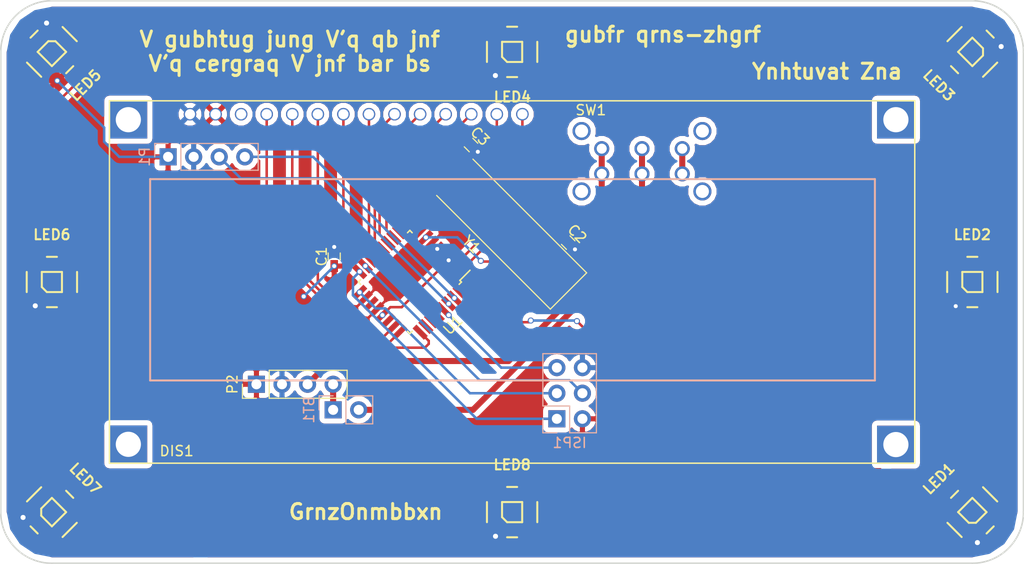
<source format=kicad_pcb>
(kicad_pcb (version 4) (host pcbnew 4.0.6)
  (layers (0 F.Cu signal) (31 B.Cu signal) (34 B.Paste user) (35 F.Paste user) (36 B.SilkS user) (37 F.SilkS user) (38 B.Mask user) (39 F.Mask user) (44 Edge.Cuts user))
  (net 0 "")
  (net 1 +BATT)
  (net 2 "Net-(BT1-Pad2)")
  (net 3 +5V)
  (net 4 GND)
  (net 5 /CLK1)
  (net 6 /CLK2)
  (net 7 /ISP1)
  (net 8 /ISP3)
  (net 9 /ISP4)
  (net 10 /ISP5)
  (net 11 "Net-(LED1-Pad2)")
  (net 12 /RGB1)
  (net 13 "Net-(LED2-Pad2)")
  (net 14 "Net-(LED3-Pad2)")
  (net 15 "Net-(LED4-Pad2)")
  (net 16 GNDA)
  (net 17 "Net-(SW1-Pad3)")
  (net 18 /DB6)
  (net 19 /RS)
  (net 20 /DB7)
  (net 21 /RW)
  (net 22 /E)
  (net 23 /DB0)
  (net 24 /DB1)
  (net 25 /DB2)
  (net 26 /DB3)
  (net 27 "Net-(U1-Pad26)")
  (net 28 /DB4)
  (net 29 "Net-(U1-Pad27)")
  (net 30 /DB5)
  (net 31 "Net-(U1-Pad28)")
  (net 32 "Net-(LED5-Pad2)")
  (net 33 "Net-(LED6-Pad2)")
  (net 34 "Net-(LED7-Pad2)")
  (net 35 "Net-(LED8-Pad2)")
  (net 36 "Net-(U1-Pad19)")
  (net 37 "Net-(U1-Pad22)")
  (net 38 "Net-(DIS1-Pad3)")
  (net 39 /TX)
  (net 40 /RX)
  (module Pin_Headers:Pin_Header_Straight_1x02_Pitch2.54mm (layer B.Cu) (at 46.61 54.47 270)
    (fp_text reference BT1 (at 0 2.39 270) (layer B.SilkS) (effects (justify mirror)))
    (fp_text value 18650)
    (pad 1 thru_hole rect (at 0 0 270) (size 1.7 1.7) (drill 1) (layers *.Cu *.Mask) (net 1 +BATT))
    (pad 2 thru_hole oval (at 0 -2.54 270) (size 1.7 1.7) (drill 1) (layers *.Cu *.Mask) (net 2 "Net-(BT1-Pad2)"))
  )
  (module Capacitors_SMD:C_0603_HandSoldering (layer F.Cu) (at 46.71668 39.23762 90)
    (fp_text reference C1 (at 0 -1.25 90) (layer F.SilkS))
    (fp_text value 100n)
    (pad 1 smd rect (at -0.95 0 90) (size 1.2 0.75) (layers F.Cu F.Paste F.Mask) (net 3 +5V))
    (pad 2 smd rect (at 0.95 0 90) (size 1.2 0.75) (layers F.Cu F.Paste F.Mask) (net 4 GND))
  )
  (module Capacitors_SMD:C_0603_HandSoldering (layer F.Cu) (at 69.96276 37.85586 315)
    (fp_text reference C2 (at 0 -1.25 315) (layer F.SilkS))
    (fp_text value 22p)
    (pad 1 smd rect (at -0.95 0 315) (size 1.2 0.75) (layers F.Cu F.Paste F.Mask) (net 5 /CLK1))
    (pad 2 smd rect (at 0.95 0 315) (size 1.2 0.75) (layers F.Cu F.Paste F.Mask) (net 4 GND))
  )
  (module Capacitors_SMD:C_0603_HandSoldering (layer F.Cu) (at 60.31076 28.16322 315)
    (fp_text reference C3 (at 0 -1.25 315) (layer F.SilkS))
    (fp_text value 22p)
    (pad 1 smd rect (at -0.95 0 315) (size 1.2 0.75) (layers F.Cu F.Paste F.Mask) (net 6 /CLK2))
    (pad 2 smd rect (at 0.95 0 315) (size 1.2 0.75) (layers F.Cu F.Paste F.Mask) (net 4 GND))
  )
  (module Pin_Headers:Pin_Header_Straight_2x03_Pitch2.54mm (layer B.Cu) (at 68.835 55.359)
    (fp_text reference ISP1 (at 1.27 2.39) (layer B.SilkS) (effects (justify mirror)))
    (fp_text value CONN_02X03 hide)
    (pad 1 thru_hole rect (at 0 0) (size 1.7 1.7) (drill 1) (layers *.Cu *.Mask) (net 7 /ISP1))
    (pad 2 thru_hole oval (at 2.54 0) (size 1.7 1.7) (drill 1) (layers *.Cu *.Mask) (net 3 +5V))
    (pad 3 thru_hole oval (at 0 -2.54) (size 1.7 1.7) (drill 1) (layers *.Cu *.Mask) (net 8 /ISP3))
    (pad 4 thru_hole oval (at 2.54 -2.54) (size 1.7 1.7) (drill 1) (layers *.Cu *.Mask) (net 9 /ISP4))
    (pad 5 thru_hole oval (at 0 -5.08) (size 1.7 1.7) (drill 1) (layers *.Cu *.Mask) (net 10 /ISP5))
    (pad 6 thru_hole oval (at 2.54 -5.08) (size 1.7 1.7) (drill 1) (layers *.Cu *.Mask) (net 4 GND))
  )
  (module WS2812B:WS2812B (layer F.Cu) (at 110.11 64.63 45)
    (fp_text reference LED1 (at 0 -4.7 45) (layer F.SilkS) (effects (font (thickness 0.2))))
    (fp_text value WS2812B hide)
    (pad 1 smd rect (at 1.65 -2.4 45) (size 1.4 1.8) (layers F.Cu F.Paste F.Mask) (net 3 +5V))
    (pad 2 smd rect (at -1.65 -2.4 45) (size 1.4 1.8) (layers F.Cu F.Paste F.Mask) (net 11 "Net-(LED1-Pad2)"))
    (pad 3 smd rect (at -1.65 2.4 45) (size 1.4 1.8) (layers F.Cu F.Paste F.Mask) (net 4 GND))
    (pad 4 smd rect (at 1.65 2.4 45) (size 1.4 1.8) (layers F.Cu F.Paste F.Mask) (net 12 /RGB1))
  )
  (module WS2812B:WS2812B (layer F.Cu) (at 110.11 41.77)
    (fp_text reference LED2 (at 0 -4.7) (layer F.SilkS) (effects (font (thickness 0.2))))
    (fp_text value WS2812B hide)
    (pad 1 smd rect (at 1.65 -2.4) (size 1.4 1.8) (layers F.Cu F.Paste F.Mask) (net 3 +5V))
    (pad 2 smd rect (at -1.65 -2.4) (size 1.4 1.8) (layers F.Cu F.Paste F.Mask) (net 13 "Net-(LED2-Pad2)"))
    (pad 3 smd rect (at -1.65 2.4) (size 1.4 1.8) (layers F.Cu F.Paste F.Mask) (net 4 GND))
    (pad 4 smd rect (at 1.65 2.4) (size 1.4 1.8) (layers F.Cu F.Paste F.Mask) (net 11 "Net-(LED1-Pad2)"))
  )
  (module WS2812B:WS2812B (layer F.Cu) (at 110.11 18.91 135)
    (fp_text reference LED3 (at 0 -4.7 135) (layer F.SilkS) (effects (font (thickness 0.2))))
    (fp_text value WS2812B hide)
    (pad 1 smd rect (at 1.65 -2.4 135) (size 1.4 1.8) (layers F.Cu F.Paste F.Mask) (net 3 +5V))
    (pad 2 smd rect (at -1.65 -2.4 135) (size 1.4 1.8) (layers F.Cu F.Paste F.Mask) (net 14 "Net-(LED3-Pad2)"))
    (pad 3 smd rect (at -1.65 2.4 135) (size 1.4 1.8) (layers F.Cu F.Paste F.Mask) (net 4 GND))
    (pad 4 smd rect (at 1.65 2.4 135) (size 1.4 1.8) (layers F.Cu F.Paste F.Mask) (net 13 "Net-(LED2-Pad2)"))
  )
  (module WS2812B:WS2812B (layer F.Cu) (at 64.39 18.91)
    (fp_text reference LED4 (at 0.0254 4.47802) (layer F.SilkS) (effects (font (thickness 0.2))))
    (fp_text value WS2812B hide)
    (pad 1 smd rect (at 1.65 -2.4) (size 1.4 1.8) (layers F.Cu F.Paste F.Mask) (net 3 +5V))
    (pad 2 smd rect (at -1.65 -2.4) (size 1.4 1.8) (layers F.Cu F.Paste F.Mask) (net 15 "Net-(LED4-Pad2)"))
    (pad 3 smd rect (at -1.65 2.4) (size 1.4 1.8) (layers F.Cu F.Paste F.Mask) (net 4 GND))
    (pad 4 smd rect (at 1.65 2.4) (size 1.4 1.8) (layers F.Cu F.Paste F.Mask) (net 14 "Net-(LED3-Pad2)"))
  )
  (module Pin_Headers:Pin_Header_Straight_1x04_Pitch2.54mm (layer F.Cu) (at 38.99 51.93 90)
    (fp_text reference P2 (at 0 -2.39 90) (layer F.SilkS))
    (fp_text value CONN_01X04 hide)
    (pad 1 thru_hole rect (at 0 0 90) (size 1.7 1.7) (drill 1) (layers *.Cu *.Mask) (net 3 +5V))
    (pad 2 thru_hole oval (at 0 2.54 90) (size 1.7 1.7) (drill 1) (layers *.Cu *.Mask) (net 4 GND))
    (pad 3 thru_hole oval (at 0 5.08 90) (size 1.7 1.7) (drill 1) (layers *.Cu *.Mask) (net 16 GNDA))
    (pad 4 thru_hole oval (at 0 7.62 90) (size 1.7 1.7) (drill 1) (layers *.Cu *.Mask) (net 1 +BATT))
  )
  (module footprints:switch_EG2219 (layer F.Cu) (at 77.2932 29.77358)
    (fp_text reference SW1 (at -5.08 -5.08) (layer F.SilkS))
    (fp_text value SW_DPDT_x2 hide)
    (pad 1 thru_hole circle (at -4 -1.25) (size 1.5 1.5) (drill 1) (layers *.Cu *.Mask) (net 16 GNDA))
    (pad 2 thru_hole circle (at 0 -1.25) (size 1.5 1.5) (drill 1) (layers *.Cu *.Mask) (net 2 "Net-(BT1-Pad2)"))
    (pad 3 thru_hole circle (at 4 -1.25) (size 1.5 1.5) (drill 1) (layers *.Cu *.Mask) (net 17 "Net-(SW1-Pad3)"))
    (pad 1 thru_hole circle (at -4 1.25) (size 1.5 1.5) (drill 1) (layers *.Cu *.Mask) (net 16 GNDA))
    (pad 2 thru_hole circle (at 0 1.25) (size 1.5 1.5) (drill 1) (layers *.Cu *.Mask) (net 2 "Net-(BT1-Pad2)"))
    (pad 3 thru_hole circle (at 4 1.25) (size 1.5 1.5) (drill 1) (layers *.Cu *.Mask) (net 17 "Net-(SW1-Pad3)"))
    (pad 4 thru_hole circle (at -6 -3) (size 1.8 1.8) (drill 1.3) (layers *.Cu *.Mask))
    (pad 4 thru_hole circle (at 6 -3) (size 1.8 1.8) (drill 1.3) (layers *.Cu *.Mask))
    (pad 4 thru_hole circle (at -6 3) (size 1.8 1.8) (drill 1.3) (layers *.Cu *.Mask))
    (pad 4 thru_hole circle (at 6 3) (size 1.8 1.8) (drill 1.3) (layers *.Cu *.Mask))
  )
  (module footprints:VFD (layer F.Cu) (at 64.39 41.77)
    (fp_text reference DIS1 (at -33.3248 16.7894) (layer F.SilkS))
    (fp_text value VFD)
    (pad 16 thru_hole rect (at -38.125 -16.125) (size 3.75 3.75) (drill 2.5) (layers *.Cu *.Mask))
    (pad 17 thru_hole rect (at 38.125 -16.125) (size 3.75 3.75) (drill 2.5) (layers *.Cu *.Mask))
    (pad 18 thru_hole rect (at -38.125 16.125) (size 3.75 3.75) (drill 2.5) (layers *.Cu *.Mask))
    (pad 19 thru_hole rect (at 38.125 16.15) (size 3.75 3.75) (drill 2.5) (layers *.Cu *.Mask))
    (pad 1 thru_hole circle (at -32 -16.67) (size 1.25 1.25) (drill 1) (layers *.Cu *.Mask) (net 4 GND))
    (pad 2 thru_hole circle (at -29.46 -16.67) (size 1.25 1.25) (drill 1) (layers *.Cu *.Mask) (net 3 +5V))
    (pad 3 thru_hole circle (at -26.92 -16.67) (size 1.25 1.25) (drill 1) (layers *.Cu *.Mask) (net 38 "Net-(DIS1-Pad3)"))
    (pad 4 thru_hole circle (at -24.38 -16.67) (size 1.25 1.25) (drill 1) (layers *.Cu *.Mask) (net 19 /RS))
    (pad 5 thru_hole circle (at -21.84 -16.67) (size 1.25 1.25) (drill 1) (layers *.Cu *.Mask) (net 21 /RW))
    (pad 6 thru_hole circle (at -19.3 -16.67) (size 1.25 1.25) (drill 1) (layers *.Cu *.Mask) (net 22 /E))
    (pad 7 thru_hole circle (at -16.76 -16.67) (size 1.25 1.25) (drill 1) (layers *.Cu *.Mask) (net 23 /DB0))
    (pad 8 thru_hole circle (at -14.22 -16.67) (size 1.25 1.25) (drill 1) (layers *.Cu *.Mask) (net 24 /DB1))
    (pad 9 thru_hole circle (at -11.68 -16.67) (size 1.25 1.25) (drill 1) (layers *.Cu *.Mask) (net 25 /DB2))
    (pad 10 thru_hole circle (at -9.14 -16.67) (size 1.25 1.25) (drill 1) (layers *.Cu *.Mask) (net 26 /DB3))
    (pad 11 thru_hole circle (at -6.6 -16.67) (size 1.25 1.25) (drill 1) (layers *.Cu *.Mask) (net 28 /DB4))
    (pad 12 thru_hole circle (at -4.06 -16.67) (size 1.25 1.25) (drill 1) (layers *.Cu *.Mask) (net 30 /DB5))
    (pad 13 thru_hole circle (at -1.52 -16.67) (size 1.25 1.25) (drill 1) (layers *.Cu *.Mask) (net 18 /DB6))
    (pad 14 thru_hole circle (at 1.02 -16.67) (size 1.25 1.25) (drill 1) (layers *.Cu *.Mask) (net 20 /DB7))
  )
  (module WS2812B:WS2812B (layer F.Cu) (at 18.67 18.91 225)
    (fp_text reference LED5 (at 0 -4.7 225) (layer F.SilkS) (effects (font (thickness 0.2))))
    (fp_text value WS2812B hide)
    (pad 1 smd rect (at 1.65 -2.4 225) (size 1.4 1.8) (layers F.Cu F.Paste F.Mask) (net 3 +5V))
    (pad 2 smd rect (at -1.65 -2.4 225) (size 1.4 1.8) (layers F.Cu F.Paste F.Mask) (net 32 "Net-(LED5-Pad2)"))
    (pad 3 smd rect (at -1.65 2.4 225) (size 1.4 1.8) (layers F.Cu F.Paste F.Mask) (net 4 GND))
    (pad 4 smd rect (at 1.65 2.4 225) (size 1.4 1.8) (layers F.Cu F.Paste F.Mask) (net 15 "Net-(LED4-Pad2)"))
  )
  (module WS2812B:WS2812B (layer F.Cu) (at 18.67 41.77)
    (fp_text reference LED6 (at 0 -4.7) (layer F.SilkS) (effects (font (thickness 0.2))))
    (fp_text value WS2812B hide)
    (pad 1 smd rect (at 1.65 -2.4) (size 1.4 1.8) (layers F.Cu F.Paste F.Mask) (net 3 +5V))
    (pad 2 smd rect (at -1.65 -2.4) (size 1.4 1.8) (layers F.Cu F.Paste F.Mask) (net 33 "Net-(LED6-Pad2)"))
    (pad 3 smd rect (at -1.65 2.4) (size 1.4 1.8) (layers F.Cu F.Paste F.Mask) (net 4 GND))
    (pad 4 smd rect (at 1.65 2.4) (size 1.4 1.8) (layers F.Cu F.Paste F.Mask) (net 32 "Net-(LED5-Pad2)"))
  )
  (module WS2812B:WS2812B (layer F.Cu) (at 18.67 64.63 315)
    (fp_text reference LED7 (at 0 -4.7 315) (layer F.SilkS) (effects (font (thickness 0.2))))
    (fp_text value WS2812B hide)
    (pad 1 smd rect (at 1.65 -2.4 315) (size 1.4 1.8) (layers F.Cu F.Paste F.Mask) (net 3 +5V))
    (pad 2 smd rect (at -1.65 -2.4 315) (size 1.4 1.8) (layers F.Cu F.Paste F.Mask) (net 34 "Net-(LED7-Pad2)"))
    (pad 3 smd rect (at -1.65 2.4 315) (size 1.4 1.8) (layers F.Cu F.Paste F.Mask) (net 4 GND))
    (pad 4 smd rect (at 1.65 2.4 315) (size 1.4 1.8) (layers F.Cu F.Paste F.Mask) (net 33 "Net-(LED6-Pad2)"))
  )
  (module WS2812B:WS2812B (layer F.Cu) (at 64.39 64.63)
    (fp_text reference LED8 (at 0 -4.7) (layer F.SilkS) (effects (font (thickness 0.2))))
    (fp_text value WS2812B hide)
    (pad 1 smd rect (at 1.65 -2.4) (size 1.4 1.8) (layers F.Cu F.Paste F.Mask) (net 3 +5V))
    (pad 2 smd rect (at -1.65 -2.4) (size 1.4 1.8) (layers F.Cu F.Paste F.Mask) (net 35 "Net-(LED8-Pad2)"))
    (pad 3 smd rect (at -1.65 2.4) (size 1.4 1.8) (layers F.Cu F.Paste F.Mask) (net 4 GND))
    (pad 4 smd rect (at 1.65 2.4) (size 1.4 1.8) (layers F.Cu F.Paste F.Mask) (net 34 "Net-(LED7-Pad2)"))
  )
  (module Housings_QFP:TQFP-32_7x7mm_Pitch0.8mm (layer F.Cu) (at 54.23 41.77 225)
    (fp_text reference U1 (at 0 -6.05 225) (layer F.SilkS))
    (fp_text value ATMEGA328P-AU)
    (pad 1 smd rect (at -4.25 -2.8 225) (size 1.6 0.55) (layers F.Cu F.Paste F.Mask) (net 20 /DB7))
    (pad 2 smd rect (at -4.25 -2 225) (size 1.6 0.55) (layers F.Cu F.Paste F.Mask) (net 18 /DB6))
    (pad 3 smd rect (at -4.25 -1.2 225) (size 1.6 0.55) (layers F.Cu F.Paste F.Mask) (net 4 GND))
    (pad 4 smd rect (at -4.25 -0.4 225) (size 1.6 0.55) (layers F.Cu F.Paste F.Mask) (net 3 +5V))
    (pad 5 smd rect (at -4.25 0.4 225) (size 1.6 0.55) (layers F.Cu F.Paste F.Mask) (net 4 GND))
    (pad 6 smd rect (at -4.25 1.2 225) (size 1.6 0.55) (layers F.Cu F.Paste F.Mask) (net 3 +5V))
    (pad 7 smd rect (at -4.25 2 225) (size 1.6 0.55) (layers F.Cu F.Paste F.Mask) (net 5 /CLK1))
    (pad 8 smd rect (at -4.25 2.8 225) (size 1.6 0.55) (layers F.Cu F.Paste F.Mask) (net 6 /CLK2))
    (pad 9 smd rect (at -2.8 4.25 315) (size 1.6 0.55) (layers F.Cu F.Paste F.Mask) (net 30 /DB5))
    (pad 10 smd rect (at -2 4.25 315) (size 1.6 0.55) (layers F.Cu F.Paste F.Mask) (net 28 /DB4))
    (pad 11 smd rect (at -1.2 4.25 315) (size 1.6 0.55) (layers F.Cu F.Paste F.Mask) (net 26 /DB3))
    (pad 12 smd rect (at -0.4 4.25 315) (size 1.6 0.55) (layers F.Cu F.Paste F.Mask) (net 25 /DB2))
    (pad 13 smd rect (at 0.4 4.25 315) (size 1.6 0.55) (layers F.Cu F.Paste F.Mask) (net 24 /DB1))
    (pad 14 smd rect (at 1.2 4.25 315) (size 1.6 0.55) (layers F.Cu F.Paste F.Mask) (net 23 /DB0))
    (pad 15 smd rect (at 2 4.25 315) (size 1.6 0.55) (layers F.Cu F.Paste F.Mask) (net 9 /ISP4))
    (pad 16 smd rect (at 2.8 4.25 315) (size 1.6 0.55) (layers F.Cu F.Paste F.Mask) (net 7 /ISP1))
    (pad 17 smd rect (at 4.25 2.8 225) (size 1.6 0.55) (layers F.Cu F.Paste F.Mask) (net 8 /ISP3))
    (pad 18 smd rect (at 4.25 2 225) (size 1.6 0.55) (layers F.Cu F.Paste F.Mask) (net 3 +5V))
    (pad 19 smd rect (at 4.25 1.2 225) (size 1.6 0.55) (layers F.Cu F.Paste F.Mask) (net 36 "Net-(U1-Pad19)"))
    (pad 20 smd rect (at 4.25 0.4 225) (size 1.6 0.55) (layers F.Cu F.Paste F.Mask) (net 3 +5V))
    (pad 21 smd rect (at 4.25 -0.4 225) (size 1.6 0.55) (layers F.Cu F.Paste F.Mask) (net 4 GND))
    (pad 22 smd rect (at 4.25 -1.2 225) (size 1.6 0.55) (layers F.Cu F.Paste F.Mask) (net 37 "Net-(U1-Pad22)"))
    (pad 23 smd rect (at 4.25 -2 225) (size 1.6 0.55) (layers F.Cu F.Paste F.Mask) (net 22 /E))
    (pad 24 smd rect (at 4.25 -2.8 225) (size 1.6 0.55) (layers F.Cu F.Paste F.Mask) (net 21 /RW))
    (pad 25 smd rect (at 2.8 -4.25 315) (size 1.6 0.55) (layers F.Cu F.Paste F.Mask) (net 19 /RS))
    (pad 26 smd rect (at 2 -4.25 315) (size 1.6 0.55) (layers F.Cu F.Paste F.Mask) (net 27 "Net-(U1-Pad26)"))
    (pad 27 smd rect (at 1.2 -4.25 315) (size 1.6 0.55) (layers F.Cu F.Paste F.Mask) (net 29 "Net-(U1-Pad27)"))
    (pad 28 smd rect (at 0.4 -4.25 315) (size 1.6 0.55) (layers F.Cu F.Paste F.Mask) (net 31 "Net-(U1-Pad28)"))
    (pad 29 smd rect (at -0.4 -4.25 315) (size 1.6 0.55) (layers F.Cu F.Paste F.Mask) (net 10 /ISP5))
    (pad 30 smd rect (at -1.2 -4.25 315) (size 1.6 0.55) (layers F.Cu F.Paste F.Mask) (net 40 /RX))
    (pad 31 smd rect (at -2 -4.25 315) (size 1.6 0.55) (layers F.Cu F.Paste F.Mask) (net 39 /TX))
    (pad 32 smd rect (at -2.8 -4.25 315) (size 1.6 0.55) (layers F.Cu F.Paste F.Mask) (net 12 /RGB1))
  )
  (module images:p_logo_5_copper (layer F.Cu) (at 26.29 64.63)
    (fp_text reference G*** hide)
    (fp_text value LOGO hide)
    (fp_poly (pts (xy 0.013409 -2.469379) (xy 0.029613 -2.46281) (xy 0.03481 -2.459874) (xy 0.03768 -2.457361) (xy 0.044395 -2.450988) (xy 0.054822 -2.440888) (xy 0.068828 -2.427193) (xy 0.08628 -2.410036) (xy 0.107046 -2.389551) (xy 0.130994 -2.365869) (xy 0.157989 -2.339125) (xy 0.1879 -2.30945) (xy 0.220594 -2.276979) (xy 0.255937 -2.241842) (xy 0.293798 -2.204175) (xy 0.334043 -2.164109) (xy 0.37654 -2.121776) (xy 0.421155 -2.077311) (xy 0.467757 -2.030847) (xy 0.516212 -1.982514) (xy 0.566387 -1.932448) (xy 0.618151 -1.88078) (xy 0.671369 -1.827644) (xy 0.72591 -1.773172) (xy 0.781641 -1.717498) (xy 0.838428 -1.660753) (xy 0.896139 -1.603072) (xy 0.954641 -1.544586) (xy 1.013802 -1.485429) (xy 1.073489 -1.425734) (xy 1.133569 -1.365633) (xy 1.193909 -1.30526) (xy 1.254376 -1.244747) (xy 1.314838 -1.184227) (xy 1.375162 -1.123833) (xy 1.435215 -1.063698) (xy 1.494864 -1.003954) (xy 1.553977 -0.944736) (xy 1.612421 -0.886175) (xy 1.670063 -0.828404) (xy 1.726771 -0.771557) (xy 1.782411 -0.715765) (xy 1.836851 -0.661163) (xy 1.889958 -0.607883) (xy 1.941599 -0.556057) (xy 1.991642 -0.505819) (xy 2.039953 -0.457302) (xy 2.086401 -0.410638) (xy 2.130852 -0.36596) (xy 2.173173 -0.323401) (xy 2.213232 -0.283095) (xy 2.250896 -0.245173) (xy 2.286033 -0.20977) (xy 2.318508 -0.177016) (xy 2.348191 -0.147047) (xy 2.374947 -0.119994) (xy 2.398644 -0.09599) (xy 2.41915 -0.075168) (xy 2.436332 -0.057662) (xy 2.450056 -0.043603) (xy 2.460191 -0.033125) (xy 2.466603 -0.026361) (xy 2.469159 -0.023443) (xy 2.469186 -0.023396) (xy 2.47428 -0.007137) (xy 2.474618 0.010346) (xy 2.470214 0.02726) (xy 2.468739 0.030471) (xy 2.46719 0.032488) (xy 2.463455 0.036668) (xy 2.45747 0.043072) (xy 2.449172 0.051766) (xy 2.438498 0.062812) (xy 2.425385 0.076274) (xy 2.409768 0.092216) (xy 2.391584 0.110702) (xy 2.370771 0.131795) (xy 2.347263 0.155559) (xy 2.320999 0.182057) (xy 2.291915 0.211354) (xy 2.259947 0.243513) (xy 2.225031 0.278597) (xy 2.187105 0.31667) (xy 2.146104 0.357797) (xy 2.101966 0.40204) (xy 2.054627 0.449463) (xy 2.004024 0.500131) (xy 1.950093 0.554105) (xy 1.89277 0.611452) (xy 1.831992 0.672233) (xy 1.767697 0.736512) (xy 1.699819 0.804354) (xy 1.628297 0.875822) (xy 1.553066 0.95098) (xy 1.474063 1.02989) (xy 1.391225 1.112618) (xy 1.304488 1.199226) (xy 1.250827 1.252802) (xy 1.181361 1.322147) (xy 1.112859 1.390516) (xy 1.045431 1.457801) (xy 0.979186 1.523891) (xy 0.914234 1.588677) (xy 0.850684 1.65205) (xy 0.788647 1.713902) (xy 0.728232 1.774123) (xy 0.66955 1.832603) (xy 0.612709 1.889233) (xy 0.55782 1.943905) (xy 0.504992 1.996509) (xy 0.454336 2.046935) (xy 0.40596 2.095075) (xy 0.359976 2.14082) (xy 0.316491 2.184059) (xy 0.275617 2.224685) (xy 0.237464 2.262587) (xy 0.20214 2.297657) (xy 0.169755 2.329785) (xy 0.14042 2.358862) (xy 0.114244 2.384779) (xy 0.091337 2.407427) (xy 0.071809 2.426696) (xy 0.05577 2.442478) (xy 0.043328 2.454662) (xy 0.034595 2.46314) (xy 0.02968 2.467803) (xy 0.028612 2.468722) (xy 0.01432 2.474632) (xy -0.001103 2.476739) (xy -0.015455 2.474781) (xy -0.017258 2.474166) (xy -0.02663 2.469863) (xy -0.035295 2.464665) (xy -0.035602 2.464443) (xy -0.038049 2.462123) (xy -0.044376 2.45592) (xy -0.054474 2.445942) (xy -0.068234 2.4323) (xy -0.085546 2.415103) (xy -0.1063 2.39446) (xy -0.130387 2.37048) (xy -0.157697 2.343273) (xy -0.188122 2.312948) (xy -0.221551 2.279614) (xy -0.257874 2.243381) (xy -0.296984 2.204359) (xy -0.338769 2.162655) (xy -0.383121 2.11838) (xy -0.42993 2.071643) (xy -0.479086 2.022553) (xy -0.530481 1.97122) (xy -0.584004 1.917753) (xy -0.639546 1.862261) (xy -0.696997 1.804854) (xy -0.756249 1.74564) (xy -0.817191 1.68473) (xy -0.879714 1.622232) (xy -0.943709 1.558256) (xy -0.998477 1.503498) (xy -0.458521 1.503498) (xy -0.454184 1.520884) (xy -0.450597 1.528413) (xy -0.447913 1.532226) (xy -0.442658 1.538483) (xy -0.434698 1.547324) (xy -0.423896 1.558891) (xy -0.410115 1.573322) (xy -0.39322 1.590759) (xy -0.373073 1.61134) (xy -0.34954 1.635206) (xy -0.322483 1.662497) (xy -0.291766 1.693353) (xy -0.257253 1.727914) (xy -0.229143 1.756005) (xy -0.200096 1.784963) (xy -0.172032 1.812855) (xy -0.145223 1.839413) (xy -0.119944 1.864371) (xy -0.096468 1.88746) (xy -0.075068 1.908415) (xy -0.056019 1.926967) (xy -0.039594 1.942849) (xy -0.026066 1.955794) (xy -0.01571 1.965534) (xy -0.008798 1.971802) (xy -0.005644 1.974313) (xy 0.010863 1.980837) (xy 0.026236 1.98257) (xy 0.04204 1.979529) (xy 0.053622 1.974839) (xy 0.05709 1.97261) (xy 0.062653 1.968147) (xy 0.070492 1.961279) (xy 0.080784 1.951832) (xy 0.093709 1.939634) (xy 0.109446 1.924514) (xy 0.128174 1.906298) (xy 0.150072 1.884814) (xy 0.175318 1.859889) (xy 0.204093 1.831352) (xy 0.236574 1.799029) (xy 0.250418 1.785227) (xy 0.282068 1.753644) (xy 0.309955 1.725774) (xy 0.334327 1.701362) (xy 0.355428 1.680147) (xy 0.373508 1.661873) (xy 0.388812 1.646281) (xy 0.401587 1.633114) (xy 0.412081 1.622114) (xy 0.42054 1.613022) (xy 0.427212 1.60558) (xy 0.432342 1.599531) (xy 0.436179 1.594617) (xy 0.438968 1.590579) (xy 0.440957 1.58716) (xy 0.441956 1.585108) (xy 0.447502 1.567536) (xy 0.447705 1.550513) (xy 0.442559 1.532928) (xy 0.441732 1.531055) (xy 0.4389 1.527224) (xy 0.432356 1.519763) (xy 0.422419 1.508993) (xy 0.409409 1.495233) (xy 0.393646 1.478804) (xy 0.37545 1.460025) (xy 0.35514 1.439216) (xy 0.333036 1.416697) (xy 0.309459 1.392788) (xy 0.284729 1.367809) (xy 0.259164 1.342079) (xy 0.233086 1.315919) (xy 0.206814 1.289649) (xy 0.180667 1.263588) (xy 0.154967 1.238057) (xy 0.130032 1.213374) (xy 0.106183 1.189861) (xy 0.083739 1.167837) (xy 0.06302 1.147622) (xy 0.044347 1.129535) (xy 0.028039 1.113897) (xy 0.014416 1.101028) (xy 0.003798 1.091247) (xy -0.003495 1.084875) (xy -0.007055 1.082268) (xy -0.024826 1.076573) (xy -0.04197 1.076248) (xy -0.059576 1.081289) (xy -0.061108 1.081956) (xy -0.064235 1.083513) (xy -0.067765 1.085668) (xy -0.071956 1.088668) (xy -0.077067 1.092761) (xy -0.083357 1.098195) (xy -0.091082 1.105219) (xy -0.100503 1.114081) (xy -0.111877 1.12503) (xy -0.125463 1.138313) (xy -0.14152 1.154178) (xy -0.160305 1.172874) (xy -0.182077 1.19465) (xy -0.207095 1.219753) (xy -0.235617 1.248431) (xy -0.260514 1.273494) (xy -0.287352 1.300573) (xy -0.313166 1.326727) (xy -0.337663 1.351649) (xy -0.360548 1.375035) (xy -0.381527 1.396582) (xy -0.400304 1.415985) (xy -0.416586 1.432939) (xy -0.430079 1.447141) (xy -0.440487 1.458286) (xy -0.447516 1.466069) (xy -0.450872 1.470186) (xy -0.450967 1.470338) (xy -0.45745 1.486439) (xy -0.458521 1.503498) (xy -0.998477 1.503498) (xy -1.009066 1.492912) (xy -1.075675 1.426307) (xy -1.143428 1.358553) (xy -1.212214 1.289758) (xy -1.252244 1.249719) (xy -1.338546 1.163392) (xy -1.420931 1.080973) (xy -1.499481 1.002382) (xy -1.574274 0.927538) (xy -1.645391 0.856363) (xy -1.71291 0.788775) (xy -1.776911 0.724694) (xy -1.837473 0.664042) (xy -1.894676 0.606738) (xy -1.9486 0.552701) (xy -1.999324 0.501853) (xy -2.046927 0.454113) (xy -2.091489 0.409401) (xy -2.12747 0.373278) (xy -1.576757 0.373278) (xy -1.576346 0.39145) (xy -1.571765 0.4064) (xy -1.570141 0.408978) (xy -1.566804 0.413188) (xy -1.561605 0.419185) (xy -1.554395 0.427121) (xy -1.545024 0.437148) (xy -1.533342 0.449421) (xy -1.519199 0.464093) (xy -1.502446 0.481316) (xy -1.482933 0.501244) (xy -1.46051 0.52403) (xy -1.435028 0.549827) (xy -1.406338 0.578789) (xy -1.374288 0.611068) (xy -1.338731 0.646818) (xy -1.299515 0.686192) (xy -1.256492 0.729342) (xy -1.242213 0.743655) (xy -1.205957 0.78) (xy -1.170406 0.815648) (xy -1.135801 0.850359) (xy -1.102383 0.883889) (xy -1.070394 0.915998) (xy -1.040073 0.946442) (xy -1.011662 0.97498) (xy -0.985402 1.00137) (xy -0.961534 1.025369) (xy -0.940297 1.046736) (xy -0.921935 1.065228) (xy -0.906686 1.080604) (xy -0.894793 1.092622) (xy -0.886496 1.101039) (xy -0.883236 1.104371) (xy -0.870589 1.117139) (xy -0.858025 1.129398) (xy -0.84657 1.140177) (xy -0.837251 1.148504) (xy -0.832555 1.152349) (xy -0.82462 1.158667) (xy -0.818678 1.163917) (xy -0.816003 1.166972) (xy -0.815997 1.166989) (xy -0.813732 1.169775) (xy -0.80787 1.17609) (xy -0.798841 1.185503) (xy -0.787074 1.197588) (xy -0.772998 1.211915) (xy -0.757043 1.228057) (xy -0.739637 1.245584) (xy -0.721211 1.264069) (xy -0.702193 1.283083) (xy -0.683014 1.302198) (xy -0.664102 1.320986) (xy -0.645886 1.339018) (xy -0.628796 1.355866) (xy -0.613262 1.371101) (xy -0.599713 1.384296) (xy -0.588578 1.395021) (xy -0.580286 1.402849) (xy -0.575267 1.407352) (xy -0.574322 1.408091) (xy -0.556956 1.417753) (xy -0.540295 1.421965) (xy -0.523813 1.420785) (xy -0.5091 1.415364) (xy -0.505981 1.412815) (xy -0.499028 1.406419) (xy -0.488391 1.396323) (xy -0.47422 1.382679) (xy -0.456666 1.365635) (xy -0.435878 1.345343) (xy -0.412006 1.32195) (xy -0.385201 1.295608) (xy -0.355613 1.266466) (xy -0.323391 1.234675) (xy -0.288686 1.200382) (xy -0.251647 1.16374) (xy -0.212426 1.124896) (xy -0.171172 1.084002) (xy -0.128035 1.041207) (xy -0.083165 0.996661) (xy -0.036712 0.950513) (xy 0.011173 0.902914) (xy 0.060341 0.854012) (xy 0.110641 0.803959) (xy 0.161924 0.752904) (xy 0.214039 0.700996) (xy 0.266836 0.648386) (xy 0.320165 0.595222) (xy 0.373877 0.541656) (xy 0.42782 0.487837) (xy 0.481845 0.433915) (xy 0.535802 0.380039) (xy 0.58954 0.326359) (xy 0.64291 0.273025) (xy 0.695762 0.220187) (xy 0.747945 0.167995) (xy 0.799309 0.116598) (xy 0.849705 0.066147) (xy 0.898982 0.016791) (xy 0.94699 -0.03132) (xy 0.993578 -0.078037) (xy 1.038598 -0.123209) (xy 1.081899 -0.166687) (xy 1.12333 -0.20832) (xy 1.162742 -0.24796) (xy 1.199984 -0.285455) (xy 1.234907 -0.320657) (xy 1.26736 -0.353416) (xy 1.297194 -0.383582) (xy 1.324258 -0.411004) (xy 1.348402 -0.435534) (xy 1.369476 -0.457021) (xy 1.38733 -0.475316) (xy 1.401813 -0.490268) (xy 1.412777 -0.501729) (xy 1.42007 -0.509547) (xy 1.423543 -0.513574) (xy 1.423769 -0.513916) (xy 1.430653 -0.531789) (xy 1.432325 -0.550218) (xy 1.428758 -0.568162) (xy 1.42547 -0.575734) (xy 1.422713 -0.579202) (xy 1.41615 -0.586426) (xy 1.405993 -0.597195) (xy 1.392451 -0.6113) (xy 1.375734 -0.628532) (xy 1.356054 -0.64868) (xy 1.333619 -0.671535) (xy 1.308641 -0.696888) (xy 1.281329 -0.724528) (xy 1.251894 -0.754247) (xy 1.220546 -0.785834) (xy 1.187496 -0.81908) (xy 1.152953 -0.853776) (xy 1.117128 -0.889711) (xy 1.08023 -0.926676) (xy 1.042471 -0.964462) (xy 1.004061 -1.002858) (xy 0.965209 -1.041655) (xy 0.926126 -1.080644) (xy 0.887022 -1.119615) (xy 0.848108 -1.158358) (xy 0.809594 -1.196664) (xy 0.771689 -1.234323) (xy 0.734605 -1.271125) (xy 0.698551 -1.30686) (xy 0.663738 -1.34132) (xy 0.630376 -1.374295) (xy 0.598674 -1.405574) (xy 0.568845 -1.434948) (xy 0.541096 -1.462208) (xy 0.51564 -1.487144) (xy 0.492686 -1.509546) (xy 0.472444 -1.529205) (xy 0.455125 -1.545911) (xy 0.440939 -1.559454) (xy 0.430095 -1.569625) (xy 0.422805 -1.576214) (xy 0.419279 -1.579012) (xy 0.419252 -1.579026) (xy 0.401498 -1.585207) (xy 0.383842 -1.585745) (xy 0.366316 -1.58064) (xy 0.361672 -1.578328) (xy 0.358343 -1.575617) (xy 0.351216 -1.569084) (xy 0.340468 -1.558907) (xy 0.326273 -1.54526) (xy 0.308808 -1.528319) (xy 0.288247 -1.508258) (xy 0.264766 -1.485254) (xy 0.23854 -1.459481) (xy 0.209746 -1.431114) (xy 0.178559 -1.40033) (xy 0.145154 -1.367303) (xy 0.109706 -1.332208) (xy 0.072392 -1.295222) (xy 0.033387 -1.256519) (xy -0.007135 -1.216274) (xy -0.048996 -1.174663) (xy -0.092022 -1.131861) (xy -0.136038 -1.088043) (xy -0.180867 -1.043385) (xy -0.226335 -0.998062) (xy -0.272265 -0.95225) (xy -0.318482 -0.906122) (xy -0.364811 -0.859856) (xy -0.411076 -0.813626) (xy -0.457102 -0.767608) (xy -0.502713 -0.721976) (xy -0.547733 -0.676907) (xy -0.591988 -0.632574) (xy -0.635301 -0.589155) (xy -0.677497 -0.546823) (xy -0.718401 -0.505755) (xy -0.757837 -0.466125) (xy -0.79563 -0.428109) (xy -0.831603 -0.391883) (xy -0.865582 -0.35762) (xy -0.897391 -0.325498) (xy -0.926855 -0.295691) (xy -0.953797 -0.268374) (xy -0.978043 -0.243722) (xy -0.999417 -0.221912) (xy -1.017743 -0.203118) (xy -1.032846 -0.187515) (xy -1.044551 -0.17528) (xy -1.052682 -0.166586) (xy -1.057063 -0.16161) (xy -1.057776 -0.160607) (xy -1.063135 -0.143293) (xy -1.063082 -0.125263) (xy -1.057852 -0.10792) (xy -1.054408 -0.102822) (xy -1.047314 -0.094263) (xy -1.037006 -0.082677) (xy -1.023919 -0.068499) (xy -1.008487 -0.052164) (xy -0.991144 -0.034108) (xy -0.972325 -0.014765) (xy -0.952465 0.00543) (xy -0.931998 0.026041) (xy -0.911359 0.046635) (xy -0.890982 0.066774) (xy -0.871302 0.086025) (xy -0.852754 0.103953) (xy -0.835772 0.120122) (xy -0.820791 0.134098) (xy -0.808245 0.145445) (xy -0.798569 0.153729) (xy -0.792197 0.158514) (xy -0.791021 0.159189) (xy -0.772921 0.165327) (xy -0.754756 0.165861) (xy -0.736816 0.160783) (xy -0.7366 0.160686) (xy -0.734418 0.15928) (xy -0.730704 0.156286) (xy -0.725333 0.151583) (xy -0.718179 0.145045) (xy -0.709117 0.13655) (xy -0.698021 0.125974) (xy -0.684766 0.113192) (xy -0.669227 0.098082) (xy -0.651278 0.080521) (xy -0.630794 0.060383) (xy -0.60765 0.037546) (xy -0.58172 0.011886) (xy -0.552878 -0.016721) (xy -0.521 -0.048397) (xy -0.48596 -0.083268) (xy -0.447632 -0.121456) (xy -0.405892 -0.163086) (xy -0.360613 -0.20828) (xy -0.311671 -0.257162) (xy -0.25894 -0.309856) (xy -0.229301 -0.339484) (xy 0.265298 -0.833954) (xy 0.472019 -0.627233) (xy 0.678739 -0.420512) (xy 0.134056 0.124177) (xy 0.087685 0.170539) (xy 0.042345 0.215851) (xy -0.001801 0.259953) (xy -0.044592 0.302681) (xy -0.085863 0.343875) (xy -0.125454 0.383372) (xy -0.1632 0.42101) (xy -0.19894 0.456628) (xy -0.23251 0.490064) (xy -0.263749 0.521156) (xy -0.292493 0.549742) (xy -0.31858 0.57566) (xy -0.341848 0.598748) (xy -0.362133 0.618845) (xy -0.379273 0.635789) (xy -0.393106 0.649418) (xy -0.403468 0.659569) (xy -0.410198 0.666082) (xy -0.413132 0.668794) (xy -0.413247 0.668866) (xy -0.415485 0.666899) (xy -0.4215 0.661134) (xy -0.431089 0.651772) (xy -0.444047 0.639018) (xy -0.46017 0.623074) (xy -0.479256 0.604143) (xy -0.5011 0.582428) (xy -0.525499 0.558132) (xy -0.552248 0.531458) (xy -0.581145 0.502609) (xy -0.611984 0.471788) (xy -0.644563 0.439197) (xy -0.678678 0.40504) (xy -0.714125 0.36952) (xy -0.7507 0.33284) (xy -0.763205 0.320292) (xy -0.807707 0.275627) (xy -0.848403 0.234783) (xy -0.885475 0.19759) (xy -0.919109 0.163876) (xy -0.949488 0.133472) (xy -0.976796 0.106206) (xy -1.001218 0.081908) (xy -1.022937 0.060408) (xy -1.042138 0.041535) (xy -1.059003 0.025118) (xy -1.073719 0.010987) (xy -1.086468 -0.001029) (xy -1.097434 -0.0111) (xy -1.106802 -0.019396) (xy -1.114756 -0.02609) (xy -1.121479 -0.03135) (xy -1.127156 -0.035348) (xy -1.131971 -0.038254) (xy -1.136108 -0.040238) (xy -1.139751 -0.041472) (xy -1.143083 -0.042126) (xy -1.14629 -0.042371) (xy -1.149554 -0.042376) (xy -1.15306 -0.042313) (xy -1.15444 -0.042306) (xy -1.158875 -0.04226) (xy -1.163068 -0.041949) (xy -1.167282 -0.041141) (xy -1.171778 -0.039606) (xy -1.176817 -0.037113) (xy -1.182661 -0.033432) (xy -1.189572 -0.028332) (xy -1.197811 -0.021582) (xy -1.207638 -0.012951) (xy -1.219317 -0.00221) (xy -1.233108 0.010873) (xy -1.249272 0.026529) (xy -1.268072 0.044988) (xy -1.289769 0.066481) (xy -1.314623 0.091239) (xy -1.342897 0.119492) (xy -1.374853 0.151471) (xy -1.380642 0.157266) (xy -1.414003 0.190699) (xy -1.443539 0.220375) (xy -1.469445 0.246499) (xy -1.491918 0.269275) (xy -1.511155 0.288906) (xy -1.527352 0.305597) (xy -1.540705 0.319551) (xy -1.551411 0.330973) (xy -1.559667 0.340065) (xy -1.565669 0.347032) (xy -1.569613 0.352078) (xy -1.571696 0.355406) (xy -1.571786 0.3556) (xy -1.576757 0.373278) (xy -2.12747 0.373278) (xy -2.133089 0.367637) (xy -2.171807 0.328741) (xy -2.207722 0.292633) (xy -2.240914 0.259234) (xy -2.271462 0.228463) (xy -2.299446 0.200241) (xy -2.324945 0.174487) (xy -2.348039 0.151121) (xy -2.368807 0.130064) (xy -2.387329 0.111235) (xy -2.403683 0.094556) (xy -2.417951 0.079944) (xy -2.43021 0.067322) (xy -2.440541 0.056608) (xy -2.449023 0.047723) (xy -2.455735 0.040587) (xy -2.460757 0.03512) (xy -2.464169 0.031241) (xy -2.46605 0.028872) (xy -2.466444 0.028222) (xy -2.471502 0.01047) (xy -2.471448 0.008719) (xy -1.955061 0.008719) (xy -1.950728 0.025823) (xy -1.948917 0.030064) (xy -1.94686 0.034066) (xy -1.944016 0.038561) (xy -1.940066 0.043893) (xy -1.934689 0.050406) (xy -1.927565 0.058445) (xy -1.918375 0.068354) (xy -1.906797 0.080479) (xy -1.892513 0.095163) (xy -1.875202 0.112751) (xy -1.854544 0.133587) (xy -1.830219 0.158017) (xy -1.827935 0.160308) (xy -1.801173 0.187103) (xy -1.778039 0.210164) (xy -1.758208 0.229788) (xy -1.741354 0.246272) (xy -1.727155 0.259913) (xy -1.715286 0.271008) (xy -1.705421 0.279854) (xy -1.697238 0.286748) (xy -1.69041 0.291987) (xy -1.684616 0.295867) (xy -1.679528 0.298686) (xy -1.674825 0.30074) (xy -1.674308 0.300935) (xy -1.659887 0.303764) (xy -1.643794 0.302874) (xy -1.628368 0.298518) (xy -1.621939 0.2953) (xy -1.618238 0.292296) (xy -1.610861 0.285581) (xy -1.600111 0.275446) (xy -1.586287 0.262188) (xy -1.569691 0.246099) (xy -1.550623 0.227474) (xy -1.529385 0.206607) (xy -1.506277 0.183791) (xy -1.4816 0.159322) (xy -1.455656 0.133492) (xy -1.428745 0.106595) (xy -1.426058 0.103904) (xy -1.393828 0.071614) (xy -1.365353 0.043053) (xy -1.3404 0.017958) (xy -1.318736 -0.003937) (xy -1.300129 -0.022897) (xy -1.284346 -0.039187) (xy -1.271155 -0.053071) (xy -1.260321 -0.064816) (xy -1.251613 -0.074684) (xy -1.244799 -0.082943) (xy -1.239645 -0.089856) (xy -1.235918 -0.095688) (xy -1.233386 -0.100705) (xy -1.231817 -0.105171) (xy -1.230977 -0.109351) (xy -1.230634 -0.113511) (xy -1.230555 -0.117915) (xy -1.230551 -0.118685) (xy -1.230656 -0.124018) (xy -1.231211 -0.129077) (xy -1.232494 -0.134191) (xy -1.23478 -0.139692) (xy -1.238348 -0.145909) (xy -1.243474 -0.153173) (xy -1.250436 -0.161816) (xy -1.259512 -0.172166) (xy -1.270978 -0.184554) (xy -1.285112 -0.199312) (xy -1.30219 -0.216769) (xy -1.322491 -0.237256) (xy -1.346292 -0.261104) (xy -1.369394 -0.284178) (xy -1.39611 -0.310819) (xy -1.419177 -0.333742) (xy -1.438928 -0.353224) (xy -1.455699 -0.369546) (xy -1.469824 -0.382987) (xy -1.481638 -0.393825) (xy -1.491474 -0.402342) (xy -1.499667 -0.408814) (xy -1.506552 -0.413523) (xy -1.512464 -0.416748) (xy -1.517736 -0.418767) (xy -1.522702 -0.41986) (xy -1.527699 -0.420307) (xy -1.532466 -0.420388) (xy -1.536882 -0.42035) (xy -1.54102 -0.420083) (xy -1.545142 -0.419354) (xy -1.549514 -0.417931) (xy -1.554397 -0.415584) (xy -1.560056 -0.41208) (xy -1.566754 -0.407187) (xy -1.574754 -0.400673) (xy -1.58432 -0.392307) (xy -1.595715 -0.381858) (xy -1.609203 -0.369092) (xy -1.625046 -0.353779) (xy -1.643509 -0.335686) (xy -1.664855 -0.314582) (xy -1.689347 -0.290236) (xy -1.717248 -0.262414) (xy -1.748823 -0.230886) (xy -1.756202 -0.223516) (xy -1.791134 -0.188578) (xy -1.82216 -0.157443) (xy -1.849418 -0.12997) (xy -1.873043 -0.106018) (xy -1.893169 -0.08545) (xy -1.909932 -0.068124) (xy -1.923468 -0.053901) (xy -1.933913 -0.042641) (xy -1.941401 -0.034204) (xy -1.946069 -0.028451) (xy -1.947862 -0.025687) (xy -1.954113 -0.008089) (xy -1.955061 0.008719) (xy -2.471448 0.008719) (xy -2.470945 -0.007541) (xy -2.465535 -0.023989) (xy -2.464502 -0.025547) (xy -2.462311 -0.028239) (xy -2.458875 -0.03215) (xy -2.45411 -0.037368) (xy -2.44793 -0.043978) (xy -2.440249 -0.052065) (xy -2.430983 -0.061716) (xy -2.420045 -0.073017) (xy -2.40735 -0.086054) (xy -2.392812 -0.100913) (xy -2.376346 -0.11768) (xy -2.357867 -0.136441) (xy -2.337289 -0.157281) (xy -2.314527 -0.180288) (xy -2.289494 -0.205546) (xy -2.262106 -0.233142) (xy -2.232277 -0.263162) (xy -2.199921 -0.295692) (xy -2.164953 -0.330818) (xy -2.127288 -0.368625) (xy -2.08684 -0.409201) (xy -2.043523 -0.45263) (xy -1.997252 -0.498999) (xy -1.992095 -0.504165) (xy -1.439957 -0.504165) (xy -1.435757 -0.486827) (xy -1.43385 -0.4826) (xy -1.43051 -0.477721) (xy -1.423748 -0.46963) (xy -1.413471 -0.45823) (xy -1.399582 -0.443419) (xy -1.381986 -0.425097) (xy -1.36059 -0.403165) (xy -1.335298 -0.377523) (xy -1.30852 -0.350582) (xy -1.286811 -0.32886) (xy -1.266032 -0.30817) (xy -1.246568 -0.288889) (xy -1.228804 -0.271394) (xy -1.213125 -0.256062) (xy -1.199916 -0.24327) (xy -1.189563 -0.233393) (xy -1.182449 -0.226809) (xy -1.17913 -0.224005) (xy -1.166203 -0.216547) (xy -1.152657 -0.211256) (xy -1.140732 -0.208992) (xy -1.139975 -0.208969) (xy -1.133025 -0.20978) (xy -1.123614 -0.211981) (xy -1.118808 -0.213435) (xy -1.116179 -0.214479) (xy -1.113146 -0.216115) (xy -1.109455 -0.218584) (xy -1.104851 -0.222128) (xy -1.09908 -0.226988) (xy -1.09189 -0.233407) (xy -1.083025 -0.241625) (xy -1.072232 -0.251886) (xy -1.059257 -0.264429) (xy -1.043846 -0.279497) (xy -1.025744 -0.297332) (xy -1.004699 -0.318174) (xy -0.980455 -0.342267) (xy -0.95276 -0.369851) (xy -0.921358 -0.401168) (xy -0.918128 -0.404392) (xy -0.882086 -0.44041) (xy -0.849999 -0.472593) (xy -0.821774 -0.501037) (xy -0.797315 -0.525841) (xy -0.776529 -0.5471) (xy -0.759322 -0.564911) (xy -0.7456 -0.579372) (xy -0.735267 -0.59058) (xy -0.728232 -0.598631) (xy -0.724398 -0.603623) (xy -0.723939 -0.604385) (xy -0.717718 -0.620413) (xy -0.716414 -0.631843) (xy -0.716447 -0.637617) (xy -0.716826 -0.642936) (xy -0.717831 -0.648138) (xy -0.719739 -0.653561) (xy -0.722831 -0.659544) (xy -0.727385 -0.666424) (xy -0.73368 -0.67454) (xy -0.741996 -0.684229) (xy -0.752611 -0.695831) (xy -0.765804 -0.709683) (xy -0.781854 -0.726122) (xy -0.80104 -0.745488) (xy -0.823642 -0.768119) (xy -0.849937 -0.794352) (xy -0.853098 -0.797503) (xy -0.881247 -0.825495) (xy -0.905677 -0.849639) (xy -0.926602 -0.870137) (xy -0.944233 -0.887191) (xy -0.958784 -0.901003) (xy -0.970468 -0.911774) (xy -0.979498 -0.919706) (xy -0.986087 -0.925002) (xy -0.990447 -0.927863) (xy -0.990785 -0.928031) (xy -1.007999 -0.933215) (xy -1.026206 -0.933377) (xy -1.043808 -0.928506) (xy -1.044222 -0.928321) (xy -1.048403 -0.925337) (xy -1.056176 -0.918656) (xy -1.067192 -0.908625) (xy -1.081104 -0.895592) (xy -1.097566 -0.879903) (xy -1.11623 -0.861906) (xy -1.136749 -0.841946) (xy -1.158775 -0.820372) (xy -1.181962 -0.79753) (xy -1.205961 -0.773767) (xy -1.230427 -0.74943) (xy -1.25501 -0.724866) (xy -1.279365 -0.700422) (xy -1.303144 -0.676444) (xy -1.326 -0.65328) (xy -1.347584 -0.631277) (xy -1.367551 -0.610782) (xy -1.385553 -0.592141) (xy -1.401243 -0.575701) (xy -1.414273 -0.56181) (xy -1.424296 -0.550815) (xy -1.430965 -0.543061) (xy -1.433862 -0.539045) (xy -1.439325 -0.522166) (xy -1.439957 -0.504165) (xy -1.992095 -0.504165) (xy -1.947942 -0.548394) (xy -1.895507 -0.6009) (xy -1.839861 -0.656604) (xy -1.780919 -0.715593) (xy -1.718596 -0.777951) (xy -1.652805 -0.843764) (xy -1.583463 -0.91312) (xy -1.510482 -0.986103) (xy -1.472114 -1.024467) (xy -0.925634 -1.024467) (xy -0.925515 -1.018605) (xy -0.924971 -1.013119) (xy -0.923722 -1.007671) (xy -0.92149 -1.00192) (xy -0.917993 -0.995526) (xy -0.912952 -0.988148) (xy -0.906087 -0.979446) (xy -0.897118 -0.969081) (xy -0.885765 -0.956711) (xy -0.871749 -0.941997) (xy -0.85479 -0.924598) (xy -0.834607 -0.904175) (xy -0.810921 -0.880387) (xy -0.789345 -0.858788) (xy -0.762177 -0.831669) (xy -0.738692 -0.808362) (xy -0.718639 -0.788629) (xy -0.70177 -0.772234) (xy -0.687834 -0.758939) (xy -0.676581 -0.748508) (xy -0.66776 -0.740703) (xy -0.661123 -0.735288) (xy -0.65642 -0.732024) (xy -0.654755 -0.731144) (xy -0.636791 -0.726023) (xy -0.617983 -0.72592) (xy -0.599955 -0.730804) (xy -0.596748 -0.732295) (xy -0.592206 -0.735575) (xy -0.5841 -0.742538) (xy -0.57278 -0.752835) (xy -0.558591 -0.766119) (xy -0.541882 -0.782042) (xy -0.522999 -0.800256) (xy -0.502291 -0.820413) (xy -0.480104 -0.842166) (xy -0.456787 -0.865167) (xy -0.432685 -0.889069) (xy -0.408148 -0.913522) (xy -0.383522 -0.93818) (xy -0.359154 -0.962695) (xy -0.335392 -0.986719) (xy -0.312584 -1.009904) (xy -0.291077 -1.031903) (xy -0.271217 -1.052367) (xy -0.253354 -1.070949) (xy -0.237833 -1.087302) (xy -0.225003 -1.101077) (xy -0.21521 -1.111927) (xy -0.208803 -1.119503) (xy -0.206214 -1.123245) (xy -0.201029 -1.140863) (xy -0.201479 -1.158188) (xy -0.207567 -1.175292) (xy -0.208139 -1.176363) (xy -0.211642 -1.181147) (xy -0.218729 -1.189449) (xy -0.228965 -1.200826) (xy -0.241915 -1.214834) (xy -0.257145 -1.231028) (xy -0.27422 -1.248964) (xy -0.292704 -1.268197) (xy -0.312162 -1.288284) (xy -0.332161 -1.30878) (xy -0.352264 -1.32924) (xy -0.372038 -1.349221) (xy -0.391047 -1.368278) (xy -0.408856 -1.385967) (xy -0.425031 -1.401843) (xy -0.439136 -1.415463) (xy -0.450737 -1.426381) (xy -0.459399 -1.434155) (xy -0.464324 -1.438096) (xy -0.475357 -1.444725) (xy -0.48578 -1.448319) (xy -0.496269 -1.449831) (xy -0.501338 -1.450296) (xy -0.505964 -1.450566) (xy -0.510415 -1.450414) (xy -0.514954 -1.449613) (xy -0.519846 -1.447938) (xy -0.525357 -1.445161) (xy -0.531751 -1.441057) (xy -0.539294 -1.435399) (xy -0.548249 -1.427961) (xy -0.558884 -1.418516) (xy -0.571461 -1.406838) (xy -0.586247 -1.392701) (xy -0.603506 -1.375878) (xy -0.623503 -1.356142) (xy -0.646503 -1.333268) (xy -0.672772 -1.307029) (xy -0.702573 -1.277199) (xy -0.72727 -1.252466) (xy -0.75976 -1.219924) (xy -0.788494 -1.191113) (xy -0.813701 -1.165765) (xy -0.835613 -1.143617) (xy -0.854461 -1.124402) (xy -0.870476 -1.107856) (xy -0.883888 -1.093713) (xy -0.894927 -1.081708) (xy -0.903826 -1.071575) (xy -0.910814 -1.06305) (xy -0.916123 -1.055866) (xy -0.919984 -1.04976) (xy -0.922626 -1.044464) (xy -0.924281 -1.039715) (xy -0.92518 -1.035247) (xy -0.925554 -1.030794) (xy -0.925633 -1.026091) (xy -0.925634 -1.024467) (xy -1.472114 -1.024467) (xy -1.433777 -1.0628) (xy -1.353264 -1.143297) (xy -1.268856 -1.227679) (xy -1.253341 -1.243189) (xy -1.181331 -1.315165) (xy -1.11054 -1.385907) (xy -1.041069 -1.455313) (xy -0.973021 -1.523282) (xy -0.966161 -1.530133) (xy -0.410996 -1.530133) (xy -0.405461 -1.511466) (xy -0.405187 -1.510859) (xy -0.40324 -1.50703) (xy -0.400594 -1.502795) (xy -0.396935 -1.497821) (xy -0.391949 -1.491778) (xy -0.385324 -1.484334) (xy -0.376747 -1.475159) (xy -0.365903 -1.463921) (xy -0.352479 -1.450289) (xy -0.336163 -1.433932) (xy -0.31664 -1.414519) (xy -0.293598 -1.391719) (xy -0.276091 -1.374438) (xy -0.25421 -1.352882) (xy -0.233405 -1.332436) (xy -0.214042 -1.31346) (xy -0.19649 -1.29631) (xy -0.181116 -1.281344) (xy -0.168285 -1.268919) (xy -0.158367 -1.259392) (xy -0.151728 -1.253122) (xy -0.148737 -1.250467) (xy -0.133524 -1.243059) (xy -0.116124 -1.239932) (xy -0.098153 -1.241198) (xy -0.083255 -1.245985) (xy -0.080479 -1.247652) (xy -0.076338 -1.250783) (xy -0.070652 -1.255551) (xy -0.063241 -1.26213) (xy -0.053925 -1.270695) (xy -0.042524 -1.28142) (xy -0.028859 -1.294479) (xy -0.01275 -1.310046) (xy 0.005983 -1.328295) (xy 0.02752 -1.349402) (xy 0.052041 -1.373539) (xy 0.079725 -1.400881) (xy 0.110753 -1.431603) (xy 0.145304 -1.465879) (xy 0.183558 -1.503882) (xy 0.206585 -1.526778) (xy 0.230156 -1.550261) (xy 0.250017 -1.570193) (xy 0.266485 -1.586977) (xy 0.279877 -1.601016) (xy 0.290511 -1.612713) (xy 0.298705 -1.622471) (xy 0.304774 -1.630693) (xy 0.309038 -1.637783) (xy 0.311813 -1.644143) (xy 0.313417 -1.650177) (xy 0.314166 -1.656287) (xy 0.314379 -1.662878) (xy 0.314384 -1.6637) (xy 0.314261 -1.669144) (xy 0.313663 -1.674323) (xy 0.312313 -1.67957) (xy 0.309932 -1.685214) (xy 0.306244 -1.691588) (xy 0.300969 -1.699023) (xy 0.293831 -1.707849) (xy 0.284551 -1.718399) (xy 0.272851 -1.731004) (xy 0.258454 -1.745994) (xy 0.241082 -1.763701) (xy 0.220457 -1.784457) (xy 0.196301 -1.808592) (xy 0.17542 -1.829389) (xy 0.146779 -1.857796) (xy 0.121282 -1.882879) (xy 0.099042 -1.904529) (xy 0.080171 -1.922641) (xy 0.064783 -1.937107) (xy 0.052989 -1.94782) (xy 0.044902 -1.954674) (xy 0.040922 -1.957436) (xy 0.02519 -1.962215) (xy 0.008127 -1.962793) (xy -0.008226 -1.959252) (xy -0.016967 -1.955111) (xy -0.021398 -1.951647) (xy -0.029372 -1.944561) (xy -0.040544 -1.934196) (xy -0.054571 -1.920896) (xy -0.071108 -1.905005) (xy -0.08981 -1.886866) (xy -0.110332 -1.866824) (xy -0.132331 -1.845221) (xy -0.155461 -1.822403) (xy -0.179379 -1.798712) (xy -0.203739 -1.774493) (xy -0.228197 -1.750089) (xy -0.252409 -1.725844) (xy -0.276029 -1.702101) (xy -0.298715 -1.679205) (xy -0.32012 -1.657499) (xy -0.339901 -1.637327) (xy -0.357713 -1.619033) (xy -0.373211 -1.60296) (xy -0.386051 -1.589452) (xy -0.395889 -1.578854) (xy -0.402379 -1.571508) (xy -0.405178 -1.567759) (xy -0.405185 -1.567745) (xy -0.410904 -1.548825) (xy -0.410996 -1.530133) (xy -0.966161 -1.530133) (xy -0.906498 -1.589712) (xy -0.841603 -1.6545) (xy -0.778437 -1.717546) (xy -0.717103 -1.778746) (xy -0.657704 -1.838) (xy -0.600341 -1.895205) (xy -0.545118 -1.950259) (xy -0.492136 -2.003061) (xy -0.441498 -2.053508) (xy -0.393306 -2.101499) (xy -0.347663 -2.146931) (xy -0.304671 -2.189704) (xy -0.264432 -2.229714) (xy -0.227049 -2.26686) (xy -0.192623 -2.301041) (xy -0.161258 -2.332153) (xy -0.133056 -2.360096) (xy -0.108119 -2.384768) (xy -0.086549 -2.406066) (xy -0.068449 -2.423889) (xy -0.05392 -2.438134) (xy -0.043067 -2.4487) (xy -0.03599 -2.455485) (xy -0.032792 -2.458387) (xy -0.032708 -2.458448) (xy -0.016693 -2.467221) (xy -0.001673 -2.470857) (xy 0.013409 -2.469379)) (layer F.Cu) (width 0.01))
  )
  (module images:p_logo_5_mask (layer F.Cu) (at 26.29 64.63)
    (fp_text reference G*** hide)
    (fp_text value LOGO hide)
  )
  (module footprints:bazooka_text (layer F.Cu) (at 79.7062 64.4522)
    (fp_text reference G*** hide)
    (fp_text value LOGO hide)
  )
  (module footprints:bazooka (layer F.Cu) (at 98.6038 64.4522)
    (fp_text reference G*** hide)
    (fp_text value LOGO hide)
  )
  (module footprints:bazooka_copper (layer F.Cu) (at 98.6038 64.4522)
    (fp_text reference G*** hide)
    (fp_text value LOGO hide)
    (fp_poly (pts (xy -0.498871 -1.025926) (xy -0.431483 -1.024947) (xy -0.37966 -1.022808) (xy -0.341026 -1.019093) (xy -0.313205 -1.013387) (xy -0.293821 -1.005275) (xy -0.280497 -0.994341) (xy -0.270859 -0.98017) (xy -0.266139 -0.970564) (xy -0.261207 -0.94889) (xy -0.257568 -0.908138) (xy -0.255204 -0.847955) (xy -0.254096 -0.767985) (xy -0.254 -0.731042) (xy -0.254 -0.51816) (xy -0.056036 -0.518161) (xy 0.141928 -0.518161) (xy 0.135766 -0.577115) (xy 0.133168 -0.612118) (xy 0.135653 -0.634837) (xy 0.144929 -0.653025) (xy 0.155343 -0.666015) (xy 0.181082 -0.69596) (xy 0.395341 -0.699071) (xy 0.6096 -0.702181) (xy 0.6096 -0.822751) (xy 0.609842 -0.874426) (xy 0.611074 -0.910141) (xy 0.61405 -0.934255) (xy 0.619525 -0.951129) (xy 0.628254 -0.96512) (xy 0.635903 -0.974581) (xy 0.656961 -0.995174) (xy 0.679869 -1.004138) (xy 0.707484 -1.00584) (xy 0.743335 -1.002094) (xy 0.769157 -0.988662) (xy 0.777701 -0.980902) (xy 0.78807 -0.969473) (xy 0.795081 -0.957052) (xy 0.799387 -0.939633) (xy 0.801646 -0.913214) (xy 0.802511 -0.873792) (xy 0.80264 -0.828502) (xy 0.80264 -0.70104) (xy 1.405789 -0.70104) (xy 1.531563 -0.701025) (xy 1.638607 -0.700944) (xy 1.728511 -0.700744) (xy 1.802867 -0.700374) (xy 1.863265 -0.69978) (xy 1.911294 -0.698911) (xy 1.948546 -0.697714) (xy 1.976611 -0.696136) (xy 1.997079 -0.694126) (xy 2.01154 -0.691629) (xy 2.021586 -0.688595) (xy 2.028806 -0.684971) (xy 2.034791 -0.680704) (xy 2.035332 -0.68028) (xy 2.056734 -0.65427) (xy 2.068174 -0.625138) (xy 2.074624 -0.590755) (xy 2.279372 -0.587478) (xy 2.355091 -0.58598) (xy 2.41318 -0.58383) (xy 2.45633 -0.580442) (xy 2.487231 -0.575233) (xy 2.508572 -0.567615) (xy 2.523045 -0.557005) (xy 2.533339 -0.542816) (xy 2.539276 -0.53093) (xy 2.545809 -0.506453) (xy 2.549692 -0.472316) (xy 2.55016 -0.456722) (xy 2.550771 -0.42789) (xy 2.552335 -0.409684) (xy 2.553528 -0.4064) (xy 2.563883 -0.408169) (xy 2.592312 -0.413243) (xy 2.6369 -0.421275) (xy 2.695733 -0.431919) (xy 2.766897 -0.444828) (xy 2.848477 -0.459654) (xy 2.938557 -0.476051) (xy 3.035224 -0.493672) (xy 3.053908 -0.49708) (xy 3.058073 -0.49784) (xy 4.28752 -0.49784) (xy 4.28752 0.67056) (xy 4.365905 0.67056) (xy 4.372432 0.608109) (xy 4.37371 0.585774) (xy 4.374905 0.545333) (xy 4.375993 0.488997) (xy 4.376948 0.418981) (xy 4.377747 0.337497) (xy 4.378364 0.246758) (xy 4.378774 0.148978) (xy 4.378954 0.046368) (xy 4.37896 0.023909) (xy 4.37896 -0.49784) (xy 4.28752 -0.49784) (xy 3.058073 -0.49784) (xy 3.226131 -0.528502) (xy 3.379619 -0.556488) (xy 3.51563 -0.581244) (xy 3.63542 -0.602973) (xy 3.740246 -0.62188) (xy 3.831365 -0.638169) (xy 3.910035 -0.652044) (xy 3.977511 -0.663711) (xy 4.035052 -0.673372) (xy 4.083913 -0.681233) (xy 4.125352 -0.687498) (xy 4.160626 -0.692372) (xy 4.190992 -0.696058) (xy 4.217705 -0.69876) (xy 4.242025 -0.700685) (xy 4.265206 -0.702035) (xy 4.288507 -0.703015) (xy 4.313184 -0.703829) (xy 4.328468 -0.704301) (xy 4.40147 -0.705754) (xy 4.457011 -0.704637) (xy 4.497844 -0.700448) (xy 4.526723 -0.692684) (xy 4.546402 -0.680844) (xy 4.559632 -0.664425) (xy 4.56104 -0.661895) (xy 4.563437 -0.648747) (xy 4.565525 -0.618569) (xy 4.56731 -0.570944) (xy 4.568798 -0.505453) (xy 4.569995 -0.421677) (xy 4.570907 -0.319199) (xy 4.571541 -0.197599) (xy 4.571902 -0.056459) (xy 4.571999 0.081073) (xy 4.571999 0.803563) (xy 4.547061 0.828501) (xy 4.513624 0.84955) (xy 4.483561 0.854387) (xy 4.432619 0.855734) (xy 4.388285 0.856943) (xy 4.348894 0.857802) (xy 4.312781 0.858098) (xy 4.278282 0.85762) (xy 4.243731 0.856156) (xy 4.207463 0.853495) (xy 4.167813 0.849423) (xy 4.123116 0.84373) (xy 4.071708 0.836204) (xy 4.011922 0.826632) (xy 3.942094 0.814804) (xy 3.86056 0.800506) (xy 3.765653 0.783528) (xy 3.655708 0.763657) (xy 3.529062 0.740681) (xy 3.385951 0.714734) (xy 3.260436 0.692051) (xy 3.14042 0.67045) (xy 3.027446 0.650202) (xy 2.923054 0.631581) (xy 2.828788 0.614857) (xy 2.746189 0.600304) (xy 2.676799 0.588194) (xy 2.622161 0.5788) (xy 2.583817 0.572392) (xy 2.563308 0.569245) (xy 2.560451 0.56896) (xy 2.548966 0.571182) (xy 2.542797 0.580971) (xy 2.540351 0.603009) (xy 2.54 0.629016) (xy 2.53894 0.664145) (xy 2.533992 0.686319) (xy 2.522504 0.702868) (xy 2.50874 0.715376) (xy 2.47748 0.74168) (xy 2.06248 0.74168) (xy 2.06248 0.772621) (xy 2.053222 0.807475) (xy 2.028978 0.835826) (xy 1.995039 0.852462) (xy 1.979121 0.854705) (xy 1.959556 0.855165) (xy 1.923027 0.855762) (xy 1.872888 0.856453) (xy 1.812494 0.857192) (xy 1.745201 0.857935) (xy 1.70688 0.858325) (xy 1.63876 0.859051) (xy 1.577124 0.859813) (xy 1.52498 0.860564) (xy 1.485337 0.861259) (xy 1.461202 0.861852) (xy 1.45542 0.86214) (xy 1.4528 0.866364) (xy 1.45054 0.879195) (xy 1.448617 0.901841) (xy 1.447006 0.935507) (xy 1.445685 0.9814) (xy 1.444631 1.040726) (xy 1.443822 1.114693) (xy 1.443234 1.204506) (xy 1.442843 1.311372) (xy 1.442629 1.436497) (xy 1.44257 1.5367) (xy 1.442454 1.677643) (xy 1.442159 1.799484) (xy 1.441661 1.90344) (xy 1.440939 1.990729) (xy 1.43997 2.062568) (xy 1.43873 2.120173) (xy 1.437199 2.164764) (xy 1.435352 2.197556) (xy 1.433167 2.219767) (xy 1.430622 2.232615) (xy 1.429605 2.2352) (xy 1.410809 2.256597) (xy 1.385625 2.27076) (xy 1.369946 2.272647) (xy 1.33689 2.274373) (xy 1.289399 2.275913) (xy 1.230416 2.27724) (xy 1.162883 2.278328) (xy 1.089742 2.279151) (xy 1.013936 2.279684) (xy 0.938407 2.2799) (xy 0.866098 2.279773) (xy 0.79995 2.279278) (xy 0.742907 2.278389) (xy 0.69791 2.277079) (xy 0.692958 2.27687) (xy 0.67026 2.269191) (xy 0.645688 2.25179) (xy 0.643047 2.249251) (xy 0.616458 2.222662) (xy 0.61787 2.083196) (xy 0.8128 2.083196) (xy 1.25476 2.07772) (xy 1.257551 1.91262) (xy 1.260343 1.74752) (xy 1.144767 1.74752) (xy 1.094852 1.746536) (xy 1.049374 1.743875) (xy 1.014014 1.739968) (xy 0.996887 1.736258) (xy 0.964107 1.715102) (xy 0.943082 1.682048) (xy 0.935641 1.642931) (xy 0.943611 1.603584) (xy 0.951004 1.589871) (xy 0.968725 1.571555) (xy 0.99601 1.558472) (xy 1.035595 1.55) (xy 1.090219 1.545516) (xy 1.151065 1.544376) (xy 1.26073 1.54432) (xy 1.25476 1.397) (xy 1.119224 1.39192) (xy 1.064374 1.389717) (xy 1.026026 1.387402) (xy 1.000375 1.384176) (xy 0.983615 1.379241) (xy 0.971941 1.371797) (xy 0.961546 1.361045) (xy 0.959204 1.358333) (xy 0.938364 1.32011) (xy 0.936417 1.279076) (xy 0.953364 1.239896) (xy 0.959215 1.232466) (xy 0.969639 1.221039) (xy 0.980378 1.213073) (xy 0.995186 1.207834) (xy 1.017818 1.204587) (xy 1.052026 1.202595) (xy 1.101565 1.201125) (xy 1.121775 1.200632) (xy 1.25984 1.197305) (xy 1.25984 0.858257) (xy 0.8128 0.857779) (xy 0.8128 2.083196) (xy 0.61787 2.083196) (xy 0.623342 1.543131) (xy 0.624399 1.427634) (xy 0.62518 1.318286) (xy 0.625687 1.216752) (xy 0.625922 1.1247) (xy 0.625887 1.043797) (xy 0.625585 0.97571) (xy 0.625018 0.922106) (xy 0.624188 0.884651) (xy 0.623097 0.865013) (xy 0.622453 0.862396) (xy 0.610344 0.861919) (xy 0.581121 0.861293) (xy 0.537992 0.86057) (xy 0.484161 0.859804) (xy 0.422836 0.859047) (xy 0.412357 0.858928) (xy 0.210035 0.856664) (xy 0.181217 0.824411) (xy 0.163513 0.800926) (xy 0.154898 0.776471) (xy 0.152424 0.742047) (xy 0.1524 0.736439) (xy 0.1524 0.68072) (xy -0.088316 0.68072) (xy -0.094885 0.83058) (xy -0.095965 0.863975) (xy -0.097126 0.915853) (xy -0.098346 0.984378) (xy -0.099603 1.067712) (xy -0.100874 1.164021) (xy -0.102138 1.271466) (xy -0.103373 1.388212) (xy -0.104555 1.512421) (xy -0.105663 1.642257) (xy -0.106674 1.775885) (xy -0.10714 1.84404) (xy -0.10806 1.975472) (xy -0.109048 2.101573) (xy -0.110087 2.220793) (xy -0.111157 2.331581) (xy -0.112241 2.432386) (xy -0.11332 2.521659) (xy -0.114376 2.597848) (xy -0.11539 2.659403) (xy -0.116344 2.704774) (xy -0.11722 2.732411) (xy -0.117751 2.740219) (xy -0.13057 2.772397) (xy -0.149068 2.793559) (xy -0.156843 2.799102) (xy -0.166027 2.803557) (xy -0.178768 2.80704) (xy -0.197215 2.809669) (xy -0.223515 2.811558) (xy -0.259818 2.812825) (xy -0.308271 2.813586) (xy -0.371023 2.813957) (xy -0.450222 2.814053) (xy -0.527151 2.814011) (xy -0.628044 2.813618) (xy -0.714742 2.812654) (xy -0.786052 2.811151) (xy -0.840781 2.809145) (xy -0.877737 2.80667) (xy -0.895727 2.80376) (xy -0.896621 2.803346) (xy -0.905665 2.797934) (xy -0.913502 2.792031) (xy -0.920219 2.78423) (xy -0.925901 2.773123) (xy -0.930636 2.757301) (xy -0.93451 2.735358) (xy -0.937609 2.705884) (xy -0.94002 2.667473) (xy -0.941828 2.618716) (xy -0.943122 2.558206) (xy -0.943986 2.484535) (xy -0.944507 2.396294) (xy -0.944773 2.292076) (xy -0.944868 2.170474) (xy -0.944881 2.030078) (xy -0.94488 2.017264) (xy -0.94488 1.30048) (xy -1.263795 1.30048) (xy -1.35352 1.300394) (xy -1.425142 1.30006) (xy -1.480879 1.299361) (xy -1.522947 1.298183) (xy -1.553564 1.296408) (xy -1.574946 1.293921) (xy -1.58931 1.290607) (xy -1.598874 1.286349) (xy -1.603953 1.2827) (xy -1.614048 1.267418) (xy -1.630307 1.233642) (xy -1.652414 1.182137) (xy -1.680051 1.113667) (xy -1.712899 1.028996) (xy -1.747319 0.937796) (xy -1.780487 0.848649) (xy -1.807102 0.776196) (xy -1.827873 0.718153) (xy -1.837311 0.690434) (xy -1.621675 0.690434) (xy -1.621336 0.696772) (xy -1.620698 0.6985) (xy -1.614717 0.713979) (xy -1.603021 0.744607) (xy -1.58708 0.786523) (xy -1.568364 0.835868) (xy -1.559786 0.85852) (xy -1.532099 0.931494) (xy -1.510559 0.987708) (xy -1.49421 1.029439) (xy -1.482096 1.058964) (xy -1.473263 1.078561) (xy -1.466752 1.090508) (xy -1.46161 1.097082) (xy -1.45866 1.099479) (xy -1.445882 1.101393) (xy -1.415663 1.102943) (xy -1.370881 1.104075) (xy -1.314413 1.104733) (xy -1.249136 1.104862) (xy -1.1938 1.104559) (xy -0.9398 1.10236) (xy -0.934308 0.68072) (xy -0.745002 0.68072) (xy -0.738302 1.4605) (xy -0.737208 1.590195) (xy -0.736169 1.71814) (xy -0.735199 1.842249) (xy -0.734312 1.960438) (xy -0.733523 2.070621) (xy -0.732847 2.170715) (xy -0.732299 2.258634) (xy -0.731892 2.332293) (xy -0.731641 2.389608) (xy -0.731561 2.4257) (xy -0.73152 2.61112) (xy -0.293819 2.61112) (xy -0.29677 2.5273) (xy -0.29972 2.44348) (xy -0.435256 2.4384) (xy -0.490106 2.436197) (xy -0.528454 2.433882) (xy -0.554105 2.430656) (xy -0.570865 2.425721) (xy -0.582539 2.418277) (xy -0.592934 2.407525) (xy -0.595276 2.404813) (xy -0.615971 2.368636) (xy -0.617199 2.329455) (xy -0.607622 2.300956) (xy -0.594245 2.279353) (xy -0.574783 2.263941) (xy -0.546057 2.253793) (xy -0.504885 2.24798) (xy -0.44809 2.245577) (xy -0.417065 2.24536) (xy -0.29464 2.24536) (xy -0.29464 2.09296) (xy -0.42418 2.092734) (xy -0.480294 2.09219) (xy -0.519836 2.090496) (xy -0.546544 2.087211) (xy -0.564154 2.081897) (xy -0.575391 2.074954) (xy -0.603924 2.041197) (xy -0.616372 2.002374) (xy -0.612506 1.963455) (xy -0.592099 1.929409) (xy -0.582453 1.92068) (xy -0.569382 1.912003) (xy -0.553573 1.90612) (xy -0.531034 1.902504) (xy -0.497773 1.900628) (xy -0.449801 1.899964) (xy -0.42535 1.89992) (xy -0.29464 1.89992) (xy -0.29464 1.83471) (xy -0.293716 1.798071) (xy -0.291312 1.768191) (xy -0.288473 1.75343) (xy -0.288051 1.74687) (xy -0.294663 1.742358) (xy -0.311257 1.739526) (xy -0.340778 1.738002) (xy -0.386173 1.737417) (xy -0.416255 1.73736) (xy -0.550204 1.73736) (xy -0.579902 1.707661) (xy -0.604271 1.670707) (xy -0.609078 1.628803) (xy -0.59832 1.591638) (xy -0.586422 1.573161) (xy -0.568147 1.560014) (xy -0.54036 1.551391) (xy -0.499924 1.546484) (xy -0.443703 1.544486) (xy -0.414527 1.54432) (xy -0.29153 1.54432) (xy -0.29787 1.11506) (xy -0.299225 1.023772) (xy -0.300494 0.938993) (xy -0.301645 0.862833) (xy -0.302647 0.7974) (xy -0.303466 0.744804) (xy -0.30407 0.707152) (xy -0.304427 0.686554) (xy -0.304506 0.68326) (xy -0.314268 0.682516) (xy -0.341422 0.681859) (xy -0.383041 0.681321) (xy -0.436197 0.680936) (xy -0.497962 0.680739) (xy -0.524901 0.68072) (xy -0.745002 0.68072) (xy -0.934308 0.68072) (xy -1.12776 0.68072) (xy -1.12776 0.803421) (xy -1.12791 0.855156) (xy -1.128903 0.890771) (xy -1.131559 0.914467) (xy -1.136697 0.930446) (xy -1.145134 0.942907) (xy -1.157459 0.955821) (xy -1.194413 0.98019) (xy -1.236317 0.984997) (xy -1.273482 0.974239) (xy -1.292386 0.9619) (xy -1.305714 0.942785) (xy -1.314318 0.913714) (xy -1.319046 0.871506) (xy -1.320748 0.812978) (xy -1.3208 0.797081) (xy -1.3208 0.68072) (xy -1.474288 0.68072) (xy -1.533079 0.680879) (xy -1.574383 0.681586) (xy -1.60103 0.683185) (xy -1.61585 0.68602) (xy -1.621675 0.690434) (xy -1.837311 0.690434) (xy -1.843508 0.672236) (xy -1.854715 0.636161) (xy -1.862204 0.607644) (xy -1.866682 0.5844) (xy -1.868858 0.564147) (xy -1.86944 0.544599) (xy -1.86944 0.47752) (xy -2.078225 0.47752) (xy -2.153715 0.477202) (xy -2.211522 0.476138) (xy -2.254275 0.474164) (xy -2.284603 0.471114) (xy -2.305133 0.466823) (xy -2.315884 0.462588) (xy -2.342984 0.437949) (xy -2.360973 0.399507) (xy -2.36728 0.354083) (xy -2.36728 0.32512) (xy -2.679187 0.32512) (xy -2.769614 0.379447) (xy -2.925957 0.461837) (xy -3.088456 0.525489) (xy -3.255515 0.570413) (xy -3.425539 0.596617) (xy -3.596932 0.604113) (xy -3.768099 0.592908) (xy -3.937446 0.563013) (xy -4.103376 0.514437) (xy -4.264295 0.44719) (xy -4.405213 0.369665) (xy -4.477186 0.325119) (xy -4.66716 0.32512) (xy -4.746619 0.324499) (xy -4.808315 0.322331) (xy -4.854777 0.318153) (xy -4.888532 0.311504) (xy -4.912108 0.301921) (xy -4.928034 0.288943) (xy -4.936943 0.275848) (xy -4.941108 0.257612) (xy -4.944404 0.221616) (xy -4.94669 0.170404) (xy -4.947822 0.106523) (xy -4.94792 0.079128) (xy -4.947716 0.04064) (xy -4.74472 0.04064) (xy -4.74472 0.12192) (xy -4.643967 0.12192) (xy -4.589236 0.120715) (xy -4.554539 0.117091) (xy -4.539734 0.111031) (xy -4.539285 0.110134) (xy -4.537771 0.091968) (xy -4.539592 0.069494) (xy -4.543827 0.04064) (xy -4.74472 0.04064) (xy -4.947716 0.04064) (xy -4.947542 0.008008) (xy -4.947054 -0.00746) (xy -4.33832 -0.00746) (xy -4.33832 0.170601) (xy -4.289989 0.201615) (xy -4.232498 0.234866) (xy -4.162423 0.269835) (xy -4.086896 0.303329) (xy -4.013052 0.332156) (xy -3.95732 0.350492) (xy -3.80988 0.384333) (xy -3.656576 0.402552) (xy -3.503263 0.404747) (xy -3.36296 0.391621) (xy -3.201446 0.357138) (xy -3.045452 0.303989) (xy -2.897868 0.233218) (xy -2.854409 0.207945) (xy -2.794 0.171248) (xy -2.794052 0.12192) (xy -2.596417 0.12192) (xy -2.36728 0.12192) (xy -2.36728 0.04064) (xy -2.588666 0.04064) (xy -2.592542 0.08128) (xy -2.596417 0.12192) (xy -2.794052 0.12192) (xy -2.794178 0.00508) (xy -2.852509 -0.032399) (xy -2.990702 -0.109254) (xy -3.021971 -0.12192) (xy -2.16408 -0.12192) (xy -2.16408 0.277407) (xy -2.05582 0.270783) (xy -2.006307 0.26798) (xy -1.960147 0.265764) (xy -1.923745 0.264424) (xy -1.9085 0.26416) (xy -1.86944 0.26416) (xy -1.86944 -0.12192) (xy -2.16408 -0.12192) (xy -3.021971 -0.12192) (xy -3.140727 -0.170023) (xy -3.301404 -0.214233) (xy -3.304706 -0.214943) (xy -3.380534 -0.227192) (xy -3.468787 -0.235049) (xy -3.56307 -0.238443) (xy -3.656985 -0.237301) (xy -3.744137 -0.231553) (xy -3.818129 -0.221125) (xy -3.82016 -0.220723) (xy -3.917194 -0.197117) (xy -4.01823 -0.165071) (xy -4.117463 -0.126857) (xy -4.209086 -0.084749) (xy -4.287294 -0.041019) (xy -4.299795 -0.032955) (xy -4.33832 -0.00746) (xy -4.947054 -0.00746) (xy -4.945848 -0.045603) (xy -4.942003 -0.084511) (xy -4.935169 -0.111522) (xy -4.924512 -0.129442) (xy -4.909194 -0.141076) (xy -4.88838 -0.149231) (xy -4.879041 -0.151949) (xy -4.856591 -0.155389) (xy -4.817989 -0.158362) (xy -4.767399 -0.160669) (xy -4.708987 -0.162109) (xy -4.659213 -0.162504) (xy -4.477186 -0.16256) (xy -4.403079 -0.20875) (xy -4.256641 -0.288509) (xy -4.098579 -0.352995) (xy -3.931767 -0.401168) (xy -3.80045 -0.4263) (xy -3.729084 -0.43372) (xy -3.644263 -0.437272) (xy -3.552454 -0.437074) (xy -3.460129 -0.433246) (xy -3.373756 -0.425906) (xy -3.311937 -0.417354) (xy -3.180574 -0.388391) (xy -3.048139 -0.347141) (xy -2.92055 -0.295856) (xy -2.803724 -0.236785) (xy -2.747572 -0.202687) (xy -2.685904 -0.16256) (xy -2.36728 -0.16256) (xy -2.36728 -0.191524) (xy -2.363778 -0.222312) (xy -2.355746 -0.253577) (xy -2.347274 -0.272524) (xy -2.335043 -0.287172) (xy -2.316578 -0.298058) (xy -2.289401 -0.305723) (xy -2.251039 -0.310703) (xy -2.199015 -0.313539) (xy -2.130854 -0.314768) (xy -2.073589 -0.31496) (xy -1.870686 -0.31496) (xy -1.867894 -0.33528) (xy -1.66624 -0.33528) (xy -1.66624 0.47752) (xy 0.14224 0.47752) (xy 0.14224 0.092527) (xy 0.33528 0.092527) (xy 0.33528 0.67056) (xy 1.8796 0.67056) (xy 1.8796 0.09144) (xy 1.87947 -0.014983) (xy 1.879096 -0.115129) (xy 1.878502 -0.20719) (xy 1.877712 -0.28936) (xy 1.87675 -0.359831) (xy 1.87604 -0.39624) (xy 2.0828 -0.39624) (xy 2.0828 0.551298) (xy 2.1209 0.545001) (xy 2.1485 0.54213) (xy 2.189178 0.539916) (xy 2.235693 0.538711) (xy 2.25298 0.538591) (xy 2.34696 0.53848) (xy 2.34696 -0.00978) (xy 2.551984 -0.00978) (xy 2.552541 0.073522) (xy 2.55524 0.360405) (xy 2.65176 0.378601) (xy 2.67966 0.383808) (xy 2.725391 0.392277) (xy 2.786797 0.403611) (xy 2.86172 0.417414) (xy 2.948004 0.433289) (xy 3.043491 0.450838) (xy 3.146025 0.469665) (xy 3.253449 0.489373) (xy 3.33248 0.503861) (xy 3.440924 0.523757) (xy 3.545106 0.542913) (xy 3.643002 0.560955) (xy 3.732588 0.577506) (xy 3.81184 0.592193) (xy 3.878735 0.604641) (xy 3.931249 0.614474) (xy 3.967357 0.621318) (xy 3.98272 0.624316) (xy 4.019543 0.631431) (xy 4.050172 0.636722) (xy 4.06654 0.638894) (xy 4.070369 0.638211) (xy 4.073607 0.63457) (xy 4.076303 0.626409) (xy 4.078507 0.612168) (xy 4.080267 0.590285) (xy 4.081633 0.5592) (xy 4.082655 0.51735) (xy 4.083381 0.463176) (xy 4.083861 0.395115) (xy 4.084145 0.311608) (xy 4.084281 0.211092) (xy 4.084319 0.092008) (xy 4.08432 0.0762) (xy 4.084173 -0.028725) (xy 4.083753 -0.127309) (xy 4.083084 -0.217725) (xy 4.082196 -0.298149) (xy 4.081115 -0.366753) (xy 4.079867 -0.421713) (xy 4.07848 -0.461202) (xy 4.076982 -0.483395) (xy 4.075951 -0.48768) (xy 4.063156 -0.485856) (xy 4.03179 -0.480551) (xy 3.983255 -0.472019) (xy 3.918956 -0.460513) (xy 3.840294 -0.446285) (xy 3.748674 -0.429589) (xy 3.645497 -0.410678) (xy 3.532167 -0.389806) (xy 3.48488 -0.38107) (xy 3.338394 -0.35402) (xy 3.201013 -0.328719) (xy 3.073871 -0.305372) (xy 2.958104 -0.284187) (xy 2.854845 -0.265368) (xy 2.765229 -0.249122) (xy 2.690392 -0.235654) (xy 2.631467 -0.225171) (xy 2.58959 -0.217879) (xy 2.565894 -0.213983) (xy 2.560925 -0.21336) (xy 2.557403 -0.205852) (xy 2.554776 -0.182693) (xy 2.553015 -0.14293) (xy 2.552094 -0.08561) (xy 2.551984 -0.00978) (xy 2.34696 -0.00978) (xy 2.34696 -0.39624) (xy 2.0828 -0.39624) (xy 1.87604 -0.39624) (xy 1.875638 -0.416795) (xy 1.874402 -0.458445) (xy 1.873064 -0.482974) (xy 1.87198 -0.489057) (xy 1.85916 -0.489588) (xy 1.828101 -0.490078) (xy 1.780738 -0.490525) (xy 1.719008 -0.490928) (xy 1.644847 -0.491286) (xy 1.560192 -0.491598) (xy 1.466979 -0.491863) (xy 1.367146 -0.492079) (xy 1.262627 -0.492245) (xy 1.155361 -0.49236) (xy 1.047284 -0.492424) (xy 0.940331 -0.492434) (xy 0.836441 -0.492389) (xy 0.737548 -0.492289) (xy 0.645591 -0.492132) (xy 0.562504 -0.491917) (xy 0.490226 -0.491643) (xy 0.430692 -0.491309) (xy 0.385839 -0.490913) (xy 0.357603 -0.490455) (xy 0.34798 -0.489981) (xy 0.345161 -0.484904) (xy 0.342762 -0.470949) (xy 0.340754 -0.446821) (xy 0.339109 -0.411226) (xy 0.337799 -0.362867) (xy 0.336795 -0.300451) (xy 0.33607 -0.222681) (xy 0.335595 -0.128263) (xy 0.335341 -0.015902) (xy 0.33528 0.092527) (xy 0.14224 0.092527) (xy 0.14224 -0.33528) (xy -1.66624 -0.33528) (xy -1.867894 -0.33528) (xy -1.864055 -0.36322) (xy -1.853987 -0.422612) (xy -1.842045 -0.464894) (xy -1.827174 -0.493259) (xy -1.817628 -0.503847) (xy -1.811508 -0.508535) (xy -1.803198 -0.512442) (xy -1.790835 -0.515666) (xy -1.772555 -0.518306) (xy -1.746495 -0.520459) (xy -1.710794 -0.522225) (xy -1.663586 -0.523702) (xy -1.603011 -0.524988) (xy -1.527204 -0.526182) (xy -1.434302 -0.527383) (xy -1.354506 -0.52832) (xy -0.912803 -0.5334) (xy -0.91397 -0.744201) (xy -0.913868 -0.8128) (xy -0.72136 -0.8128) (xy -0.72136 -0.517571) (xy -0.58674 -0.520406) (xy -0.45212 -0.52324) (xy -0.449302 -0.66802) (xy -0.446483 -0.8128) (xy -0.72136 -0.8128) (xy -0.913868 -0.8128) (xy -0.913853 -0.822548) (xy -0.912608 -0.88663) (xy -0.910304 -0.934801) (xy -0.907011 -0.965412) (xy -0.904307 -0.975236) (xy -0.894811 -0.990116) (xy -0.882504 -1.001804) (xy -0.865005 -1.01068) (xy -0.839931 -1.017122) (xy -0.804899 -1.021509) (xy -0.757528 -1.024221) (xy -0.695436 -1.025636) (xy -0.61624 -1.026133) (xy -0.5842 -1.02616) (xy -0.498871 -1.025926)) (layer F.Cu) (width 0.01))
  )
  (module footprints:bazooka_text_copper (layer F.Cu) (at 79.7062 64.4522)
    (fp_text reference G*** hide)
    (fp_text value LOGO hide)
    (fp_poly (pts (xy -8.715129 -0.946887) (xy -8.626171 -0.916324) (xy -8.628339 -0.861464) (xy -8.664834 -0.810883) (xy -8.873105 -0.680931) (xy -9.117947 -0.635) (xy -9.34334 -0.600065) (xy -9.468225 -0.475009) (xy -9.499886 -0.229459) (xy -9.445607 0.166962) (xy -9.38119 0.462751) (xy -9.294684 0.850607) (xy -9.232202 1.165031) (xy -9.206262 1.342614) (xy -9.206144 1.349375) (xy -9.275614 1.467376) (xy -9.428241 1.460497) (xy -9.586028 1.341086) (xy -9.62374 1.283255) (xy -9.704258 1.05516) (xy -9.775625 0.728012) (xy -9.791742 0.621797) (xy -9.85688 0.126887) (xy -9.910198 -0.197643) (xy -9.975968 -0.389983) (xy -10.078468 -0.488319) (xy -10.241971 -0.530839) (xy -10.490753 -0.555732) (xy -10.543617 -0.560993) (xy -10.958299 -0.616777) (xy -11.178873 -0.681546) (xy -11.22288 -0.761678) (xy -11.196133 -0.798311) (xy -11.074182 -0.82528) (xy -10.783356 -0.857012) (xy -10.366276 -0.889675) (xy -9.865558 -0.919434) (xy -9.829119 -0.921278) (xy -9.286566 -0.946516) (xy -8.925248 -0.956001) (xy -8.715129 -0.946887)) (layer F.Cu) (width 0.01))
    (fp_poly (pts (xy -7.381579 -0.518394) (xy -7.231318 -0.264132) (xy -7.196667 -0.001702) (xy -7.267699 0.3387) (xy -7.447114 0.655806) (xy -7.684395 0.870708) (xy -7.779944 0.90934) (xy -7.978611 0.988034) (xy -7.996922 1.063012) (xy -7.865809 1.117865) (xy -7.616201 1.136183) (xy -7.386089 1.118288) (xy -7.076421 1.085308) (xy -6.927151 1.101912) (xy -6.890406 1.179913) (xy -6.897932 1.238744) (xy -6.972093 1.360918) (xy -7.167738 1.429586) (xy -7.465802 1.459945) (xy -7.814865 1.461743) (xy -8.037674 1.40033) (xy -8.215764 1.252819) (xy -8.219938 1.248278) (xy -8.476348 0.855529) (xy -8.544423 0.415794) (xy -8.53544 0.341048) (xy -8.149167 0.341048) (xy -8.076237 0.492751) (xy -7.907803 0.523673) (xy -7.719397 0.43773) (xy -7.617861 0.313502) (xy -7.558439 0.084923) (xy -7.581244 -0.148395) (xy -7.671238 -0.299477) (xy -7.726964 -0.3175) (xy -7.865156 -0.230918) (xy -8.015858 -0.026961) (xy -8.125417 0.210685) (xy -8.149167 0.341048) (xy -8.53544 0.341048) (xy -8.515187 0.172534) (xy -8.376376 -0.20893) (xy -8.151944 -0.474261) (xy -7.883557 -0.617952) (xy -7.61288 -0.634499) (xy -7.381579 -0.518394)) (layer F.Cu) (width 0.01))
    (fp_poly (pts (xy -5.279068 -0.465996) (xy -5.248663 -0.434287) (xy -5.145498 -0.231469) (xy -5.041654 0.116257) (xy -4.951603 0.542672) (xy -4.889813 0.981561) (xy -4.870461 1.296458) (xy -4.919426 1.458147) (xy -5.039899 1.449306) (xy -5.18369 1.27398) (xy -5.185833 1.27) (xy -5.283633 1.129698) (xy -5.402447 1.134638) (xy -5.552484 1.224347) (xy -5.90411 1.356091) (xy -6.263385 1.334814) (xy -6.558348 1.172271) (xy -6.658061 1.043787) (xy -6.749459 0.824104) (xy -6.749338 0.593755) (xy -6.740769 0.559634) (xy -6.35 0.559634) (xy -6.330891 0.822829) (xy -6.28439 0.981957) (xy -6.279445 0.987778) (xy -6.077263 1.056226) (xy -5.819092 0.973423) (xy -5.696875 0.88318) (xy -5.577719 0.686754) (xy -5.508986 0.40251) (xy -5.492351 0.097563) (xy -5.529492 -0.160973) (xy -5.622084 -0.305982) (xy -5.666894 -0.3175) (xy -5.913992 -0.224508) (xy -6.144605 0.009346) (xy -6.306025 0.316381) (xy -6.35 0.559634) (xy -6.740769 0.559634) (xy -6.679698 0.316478) (xy -6.481472 -0.122475) (xy -6.206585 -0.438933) (xy -5.890749 -0.614163) (xy -5.569673 -0.629429) (xy -5.279068 -0.465996)) (layer F.Cu) (width 0.01))
    (fp_poly (pts (xy -4.532909 0.037925) (xy -4.42317 0.286168) (xy -4.394788 0.376634) (xy -4.276046 0.79375) (xy -4.154362 0.449792) (xy -3.977099 0.184564) (xy -3.731347 0.09746) (xy -3.472908 0.196298) (xy -3.343188 0.336142) (xy -3.181874 0.56645) (xy -2.959089 0.283225) (xy -2.69377 0.052037) (xy -2.434836 0.026767) (xy -2.199691 0.207912) (xy -2.162493 0.260551) (xy -2.027898 0.547675) (xy -1.94565 0.879982) (xy -1.92508 1.185727) (xy -1.97552 1.393161) (xy -2.010571 1.428588) (xy -2.16366 1.428557) (xy -2.289296 1.221048) (xy -2.385355 0.822373) (xy -2.475479 0.534497) (xy -2.600526 0.444594) (xy -2.739633 0.546456) (xy -2.87194 0.833873) (xy -2.913382 0.97955) (xy -3.03113 1.223621) (xy -3.189675 1.278834) (xy -3.354047 1.153969) (xy -3.489275 0.85781) (xy -3.496125 0.833204) (xy -3.599814 0.562096) (xy -3.702911 0.4981) (xy -3.797315 0.636793) (xy -3.874921 0.973755) (xy -3.885204 1.045518) (xy -3.975399 1.369513) (xy -4.119672 1.49531) (xy -4.29885 1.423302) (xy -4.493763 1.153878) (xy -4.553684 1.031875) (xy -4.675585 0.694404) (xy -4.744825 0.364178) (xy -4.757443 0.093508) (xy -4.709477 -0.065295) (xy -4.638015 -0.081977) (xy -4.532909 0.037925)) (layer F.Cu) (width 0.01))
    (fp_poly (pts (xy 1.600099 -0.465996) (xy 1.630504 -0.434287) (xy 1.733669 -0.231469) (xy 1.837512 0.116257) (xy 1.927564 0.542672) (xy 1.989353 0.981561) (xy 2.008705 1.296458) (xy 1.959741 1.458147) (xy 1.839268 1.449306) (xy 1.695477 1.27398) (xy 1.693333 1.27) (xy 1.595534 1.129698) (xy 1.47672 1.134638) (xy 1.326683 1.224347) (xy 0.975057 1.356091) (xy 0.615781 1.334814) (xy 0.320819 1.172271) (xy 0.221105 1.043787) (xy 0.129707 0.824104) (xy 0.129829 0.593755) (xy 0.138398 0.559634) (xy 0.529167 0.559634) (xy 0.548276 0.822829) (xy 0.594777 0.981957) (xy 0.599722 0.987778) (xy 0.801904 1.056226) (xy 1.060074 0.973423) (xy 1.182291 0.88318) (xy 1.301448 0.686754) (xy 1.370181 0.40251) (xy 1.386815 0.097563) (xy 1.349674 -0.160973) (xy 1.257082 -0.305982) (xy 1.212273 -0.3175) (xy 0.965175 -0.224508) (xy 0.734561 0.009346) (xy 0.573142 0.316381) (xy 0.529167 0.559634) (xy 0.138398 0.559634) (xy 0.199469 0.316478) (xy 0.397695 -0.122475) (xy 0.672581 -0.438933) (xy 0.988418 -0.614163) (xy 1.309494 -0.629429) (xy 1.600099 -0.465996)) (layer F.Cu) (width 0.01))
    (fp_poly (pts (xy 2.71914 -0.596723) (xy 2.820694 -0.586267) (xy 3.198269 -0.536041) (xy 3.491907 -0.476998) (xy 3.638127 -0.421908) (xy 3.638209 -0.421829) (xy 3.692205 -0.232365) (xy 3.606036 0.064267) (xy 3.393457 0.429937) (xy 3.272939 0.59098) (xy 2.942762 1.005417) (xy 3.429298 1.037674) (xy 3.765225 1.085679) (xy 3.914612 1.162363) (xy 3.898188 1.253468) (xy 3.73668 1.344738) (xy 3.450814 1.421915) (xy 3.061318 1.470741) (xy 2.785513 1.480502) (xy 2.558104 1.466233) (xy 2.492589 1.381335) (xy 2.535769 1.178918) (xy 2.724854 0.686659) (xy 2.971101 0.273994) (xy 3.021514 0.211667) (xy 3.183942 -0.025012) (xy 3.169346 -0.171753) (xy 2.966873 -0.244538) (xy 2.70112 -0.260099) (xy 2.373805 -0.278023) (xy 2.203402 -0.337406) (xy 2.136324 -0.457478) (xy 2.135147 -0.463229) (xy 2.130796 -0.56601) (xy 2.198055 -0.617383) (xy 2.379859 -0.625052) (xy 2.71914 -0.596723)) (layer F.Cu) (width 0.01))
    (fp_poly (pts (xy 7.096241 -0.012221) (xy 7.29881 0.223886) (xy 7.380732 0.535397) (xy 7.362803 0.696166) (xy 7.174937 1.071111) (xy 6.858774 1.341492) (xy 6.475424 1.46095) (xy 6.355461 1.460345) (xy 6.077589 1.400098) (xy 5.896165 1.23655) (xy 5.794539 1.058333) (xy 5.680556 0.859557) (xy 5.653793 0.836234) (xy 6.138333 0.836234) (xy 6.201323 1.0829) (xy 6.379035 1.159282) (xy 6.654583 1.060873) (xy 6.749785 0.999415) (xy 6.89153 0.826754) (xy 6.975191 0.591706) (xy 6.989669 0.367578) (xy 6.923866 0.227677) (xy 6.869046 0.211667) (xy 6.663834 0.282309) (xy 6.424067 0.451856) (xy 6.224121 0.656735) (xy 6.138373 0.833374) (xy 6.138333 0.836234) (xy 5.653793 0.836234) (xy 5.615301 0.80269) (xy 5.609331 0.825262) (xy 5.537177 0.98375) (xy 5.360547 1.192156) (xy 5.329129 1.222137) (xy 4.995288 1.428136) (xy 4.641897 1.483204) (xy 4.33147 1.386008) (xy 4.186418 1.246451) (xy 4.061985 1.020145) (xy 4.021667 0.870779) (xy 4.031159 0.836234) (xy 4.445 0.836234) (xy 4.50799 1.0829) (xy 4.685702 1.159282) (xy 4.96125 1.060873) (xy 5.056451 0.999415) (xy 5.198197 0.826754) (xy 5.281858 0.591706) (xy 5.296335 0.367578) (xy 5.230532 0.227677) (xy 5.175712 0.211667) (xy 4.970501 0.282309) (xy 4.730734 0.451856) (xy 4.530788 0.656735) (xy 4.445039 0.833374) (xy 4.445 0.836234) (xy 4.031159 0.836234) (xy 4.106573 0.561803) (xy 4.318566 0.251339) (xy 4.59356 0.02876) (xy 4.641627 0.006229) (xy 5.054418 -0.094683) (xy 5.372247 -0.009777) (xy 5.608484 0.264918) (xy 5.626041 0.298767) (xy 5.743858 0.516064) (xy 5.81146 0.559784) (xy 5.865376 0.44943) (xy 5.871666 0.429898) (xy 6.037454 0.202686) (xy 6.335419 0.012564) (xy 6.686214 -0.095574) (xy 6.818554 -0.105833) (xy 7.096241 -0.012221)) (layer F.Cu) (width 0.01))
    (fp_poly (pts (xy 7.776343 -1.206379) (xy 7.823304 -0.992334) (xy 7.831667 -0.740833) (xy 7.843203 -0.438894) (xy 7.872697 -0.247305) (xy 7.895764 -0.211667) (xy 8.010484 -0.273614) (xy 8.215064 -0.427336) (xy 8.274301 -0.47625) (xy 8.54243 -0.661229) (xy 8.759654 -0.73941) (xy 8.879578 -0.697713) (xy 8.89 -0.649804) (xy 8.822815 -0.52686) (xy 8.650872 -0.311566) (xy 8.512967 -0.159003) (xy 8.316352 0.078663) (xy 8.21781 0.258069) (xy 8.221925 0.317984) (xy 8.366912 0.394646) (xy 8.637348 0.501615) (xy 8.797171 0.557008) (xy 9.286425 0.718817) (xy 9.334117 0.559634) (xy 9.736667 0.559634) (xy 9.755776 0.822829) (xy 9.802277 0.981957) (xy 9.807222 0.987778) (xy 10.009404 1.056226) (xy 10.267574 0.973423) (xy 10.389791 0.88318) (xy 10.508948 0.686754) (xy 10.577681 0.40251) (xy 10.594315 0.097563) (xy 10.557174 -0.160973) (xy 10.464582 -0.305982) (xy 10.419773 -0.3175) (xy 10.172675 -0.224508) (xy 9.942061 0.009346) (xy 9.780642 0.316381) (xy 9.736667 0.559634) (xy 9.334117 0.559634) (xy 9.413836 0.293558) (xy 9.610969 -0.136994) (xy 9.887009 -0.446149) (xy 10.204805 -0.615015) (xy 10.527203 -0.624701) (xy 10.817054 -0.456313) (xy 10.840266 -0.431787) (xy 10.932942 -0.24771) (xy 11.026161 0.067307) (xy 11.10927 0.451995) (xy 11.171619 0.845083) (xy 11.202557 1.185304) (xy 11.191433 1.411386) (xy 11.169179 1.460265) (xy 11.06247 1.439985) (xy 10.920053 1.300574) (xy 10.7726 1.145999) (xy 10.640669 1.153494) (xy 10.536647 1.22278) (xy 10.230783 1.354285) (xy 9.889187 1.365801) (xy 9.59798 1.262361) (xy 9.492918 1.161796) (xy 9.324472 1.019105) (xy 9.191163 1.006024) (xy 9.004369 1.008225) (xy 8.713161 0.945112) (xy 8.586249 0.904434) (xy 8.133171 0.744579) (xy 8.200282 1.050131) (xy 8.216486 1.324072) (xy 8.136896 1.425485) (xy 8.003874 1.342202) (xy 7.889523 1.139397) (xy 7.803989 0.8769) (xy 7.710881 0.501153) (xy 7.619981 0.06624) (xy 7.541071 -0.373755) (xy 7.483931 -0.764749) (xy 7.458345 -1.052658) (xy 7.470257 -1.17874) (xy 7.614109 -1.262491) (xy 7.679162 -1.27) (xy 7.776343 -1.206379)) (layer F.Cu) (width 0.01))
    (fp_poly (pts (xy -1.031975 -1.462153) (xy -0.72996 -1.338949) (xy -0.497937 -1.097805) (xy -0.478533 -1.062748) (xy -0.375957 -0.74632) (xy -0.421072 -0.482198) (xy -0.46978 -0.271559) (xy -0.423154 -0.211667) (xy -0.29894 -0.131826) (xy -0.148609 0.053541) (xy -0.037861 0.280159) (xy -0.05579 0.499702) (xy -0.107578 0.639211) (xy -0.311974 0.968211) (xy -0.595848 1.229929) (xy -0.892248 1.367361) (xy -0.972724 1.375833) (xy -1.162518 1.27826) (xy -1.348916 0.979434) (xy -1.373011 0.926042) (xy -1.526285 0.501682) (xy -1.572909 0.32278) (xy -1.141747 0.32278) (xy -1.125102 0.589548) (xy -1.05461 0.747791) (xy -0.909403 0.925837) (xy -0.753827 0.903637) (xy -0.588085 0.717285) (xy -0.446127 0.432963) (xy -0.443507 0.215967) (xy -0.577494 0.109937) (xy -0.626344 0.105833) (xy -0.97484 0.16056) (xy -1.141747 0.32278) (xy -1.572909 0.32278) (xy -1.653179 0.014779) (xy -1.697113 -0.226572) (xy -1.368409 -0.226572) (xy -1.348757 -0.075177) (xy -1.279317 -0.052439) (xy -1.172359 -0.101449) (xy -0.946104 -0.290038) (xy -0.838204 -0.439146) (xy -0.781841 -0.692794) (xy -0.840189 -0.941592) (xy -0.982217 -1.112766) (xy -1.138873 -1.144253) (xy -1.255271 -1.070195) (xy -1.322546 -0.873056) (xy -1.355142 -0.547824) (xy -1.368409 -0.226572) (xy -1.697113 -0.226572) (xy -1.740786 -0.466489) (xy -1.776198 -0.873943) (xy -1.757399 -1.10451) (xy -1.605752 -1.346895) (xy -1.343925 -1.465456) (xy -1.031975 -1.462153)) (layer F.Cu) (width 0.01))
  )
  (module footprints:INV (layer F.Cu) (at 33.44772 64.6173)
    (fp_text reference G*** hide)
    (fp_text value LOGO hide)
  )
  (module footprints:INV_copper (layer F.Cu) (at 33.44772 64.6173)
    (fp_text reference G*** hide)
    (fp_text value LOGO hide)
    (fp_poly (pts (xy 2.084903 -2.095513) (xy 2.333588 -1.846665) (xy 2.573919 -1.605838) (xy 2.804205 -1.374744) (xy 3.022751 -1.155095) (xy 3.227867 -0.948605) (xy 3.417859 -0.756984) (xy 3.591034 -0.581947) (xy 3.745701 -0.425205) (xy 3.880166 -0.28847) (xy 3.992737 -0.173455) (xy 4.081721 -0.081873) (xy 4.145426 -0.015436) (xy 4.18216 0.024144) (xy 4.191 0.035253) (xy 4.176312 0.052237) (xy 4.133633 0.096953) (xy 4.065038 0.167332) (xy 3.972603 0.261306) (xy 3.858402 0.376805) (xy 3.724513 0.511762) (xy 3.573009 0.664106) (xy 3.405968 0.83177) (xy 3.225463 1.012684) (xy 3.033571 1.204781) (xy 2.832368 1.40599) (xy 2.623928 1.614244) (xy 2.410327 1.827473) (xy 2.193642 2.043609) (xy 1.975947 2.260583) (xy 1.759318 2.476326) (xy 1.54583 2.688769) (xy 1.337559 2.895844) (xy 1.136581 3.095482) (xy 0.944971 3.285615) (xy 0.764804 3.464172) (xy 0.598156 3.629086) (xy 0.447103 3.778288) (xy 0.31372 3.909709) (xy 0.200083 4.02128) (xy 0.108267 4.110933) (xy 0.040348 4.176598) (xy -0.001599 4.216208) (xy -0.015285 4.227845) (xy -0.031929 4.213801) (xy -0.076768 4.171473) (xy -0.148098 4.102549) (xy -0.244215 4.008714) (xy -0.363415 3.891655) (xy -0.503995 3.753058) (xy -0.664249 3.594609) (xy -0.842474 3.417995) (xy -1.036967 3.224902) (xy -1.246023 3.017016) (xy -1.467939 2.796023) (xy -1.70101 2.563611) (xy -1.943533 2.321464) (xy -2.137837 2.127246) (xy -4.243863 0.02114) (xy -4.24386 0.021136) (xy -3.735856 0.021136) (xy -1.883849 1.873235) (xy -1.650873 2.106129) (xy -1.426181 2.330564) (xy -1.211586 2.544735) (xy -1.008903 2.74684) (xy -0.819946 2.935074) (xy -0.646531 3.107635) (xy -0.490471 3.26272) (xy -0.353581 3.398525) (xy -0.237676 3.513247) (xy -0.144569 3.605082) (xy -0.076077 3.672228) (xy -0.034012 3.712881) (xy -0.020213 3.725333) (xy -0.004053 3.710676) (xy 0.040238 3.667906) (xy 0.110837 3.59883) (xy 0.205925 3.505252) (xy 0.32368 3.388978) (xy 0.46228 3.251812) (xy 0.619904 3.095561) (xy 0.794732 2.922028) (xy 0.984942 2.73302) (xy 1.188712 2.530341) (xy 1.404223 2.315796) (xy 1.629652 2.091192) (xy 1.837207 1.884239) (xy 2.069873 1.652034) (xy 2.294062 1.428037) (xy 2.507963 1.214068) (xy 2.709765 1.011949) (xy 2.897659 0.823503) (xy 3.069832 0.650551) (xy 3.224475 0.494915) (xy 3.359778 0.358418) (xy 3.473929 0.242881) (xy 3.565119 0.150126) (xy 3.631537 0.081974) (xy 3.671371 0.040249) (xy 3.683 0.026818) (xy 3.668318 0.010084) (xy 3.625477 -0.034734) (xy 3.556279 -0.105816) (xy 3.462529 -0.201343) (xy 3.346031 -0.319495) (xy 3.208589 -0.458452) (xy 3.052007 -0.616393) (xy 2.878089 -0.7915) (xy 2.688639 -0.981952) (xy 2.485461 -1.185929) (xy 2.270359 -1.401612) (xy 2.045138 -1.62718) (xy 1.830901 -1.841515) (xy -0.021197 -3.693523) (xy -3.735856 0.021136) (xy -4.24386 0.021136) (xy -2.132529 -2.090195) (xy -0.021193 -4.20153) (xy 2.084903 -2.095513)) (layer F.Cu) (width 0.01))
    (fp_poly (pts (xy 0.719863 2.385358) (xy 0.761391 2.424489) (xy 0.815395 2.480641) (xy 0.835274 2.502342) (xy 0.892657 2.56747) (xy 0.923938 2.60886) (xy 0.932688 2.632969) (xy 0.922478 2.646251) (xy 0.916425 2.649021) (xy 0.885109 2.653268) (xy 0.81781 2.656878) (xy 0.719775 2.659859) (xy 0.596255 2.66222) (xy 0.452499 2.663971) (xy 0.293756 2.665119) (xy 0.125274 2.665675) (xy -0.047697 2.665647) (xy -0.219907 2.665043) (xy -0.386109 2.663873) (xy -0.541052 2.662146) (xy -0.679488 2.659871) (xy -0.796167 2.657056) (xy -0.885841 2.65371) (xy -0.943259 2.649842) (xy -0.963083 2.645833) (xy -0.946298 2.639419) (xy -0.887644 2.634101) (xy -0.78757 2.629892) (xy -0.646527 2.626805) (xy -0.464965 2.624854) (xy -0.243334 2.624053) (xy -0.239374 2.62405) (xy 0.497417 2.623433) (xy 0.589163 2.49705) (xy 0.635853 2.435792) (xy 0.67431 2.390889) (xy 0.697068 2.370971) (xy 0.698512 2.370667) (xy 0.719863 2.385358)) (layer F.Cu) (width 0.01))
    (fp_poly (pts (xy -0.132292 1.002416) (xy -0.078234 1.010928) (xy -0.002634 1.020907) (xy 0.047291 1.026746) (xy 0.13166 1.040767) (xy 0.175477 1.060804) (xy 0.180309 1.088607) (xy 0.147722 1.125924) (xy 0.140998 1.131423) (xy 0.115552 1.15379) (xy 0.099212 1.178199) (xy 0.089964 1.213976) (xy 0.085797 1.270446) (xy 0.084699 1.356936) (xy 0.084667 1.392503) (xy 0.084667 1.608667) (xy 0.642859 1.608667) (xy 0.746241 1.521493) (xy 0.849623 1.43432) (xy 0.984377 1.525701) (xy 1.046841 1.570938) (xy 1.090977 1.608498) (xy 1.108979 1.631573) (xy 1.10865 1.63404) (xy 1.085426 1.638783) (xy 1.025823 1.643015) (xy 0.935792 1.646539) (xy 0.821286 1.649162) (xy 0.688256 1.650688) (xy 0.591417 1.651) (xy 0.084667 1.651) (xy 0.084667 2.519881) (xy 0.030372 2.540524) (xy -0.027252 2.554784) (xy -0.09255 2.56062) (xy -0.148516 2.557492) (xy -0.176389 2.547055) (xy -0.18061 2.522563) (xy -0.184327 2.462214) (xy -0.187339 2.372484) (xy -0.189446 2.25985) (xy -0.190446 2.130788) (xy -0.1905 2.091972) (xy -0.1905 1.651) (xy -0.645583 1.651) (xy -0.808426 1.650033) (xy -0.937535 1.647202) (xy -1.030683 1.642611) (xy -1.085642 1.636363) (xy -1.100667 1.629833) (xy -1.079884 1.622259) (xy -1.019021 1.616254) (xy -0.920305 1.611922) (xy -0.785964 1.609365) (xy -0.645583 1.608667) (xy -0.1905 1.608667) (xy -0.1905 0.99147) (xy -0.132292 1.002416)) (layer F.Cu) (width 0.01))
    (fp_poly (pts (xy -1.302927 -1.196566) (xy -1.160022 -1.169667) (xy -1.019204 -1.130159) (xy -0.898118 -1.082395) (xy -0.870515 -1.068333) (xy -0.774627 -1.005987) (xy -0.658572 -0.913447) (xy -0.526944 -0.794857) (xy -0.384336 -0.654359) (xy -0.235341 -0.496098) (xy -0.231468 -0.491833) (xy -0.015167 -0.253416) (xy 0.101862 -0.386) (xy 0.158828 -0.448505) (xy 0.237228 -0.531731) (xy 0.328405 -0.626624) (xy 0.423701 -0.724131) (xy 0.465906 -0.766734) (xy 0.56676 -0.86641) (xy 0.646802 -0.940843) (xy 0.713679 -0.996134) (xy 0.775038 -1.038382) (xy 0.838523 -1.073686) (xy 0.869752 -1.088899) (xy 1.076551 -1.163156) (xy 1.30163 -1.199328) (xy 1.524 -1.199063) (xy 1.759798 -1.164581) (xy 1.970729 -1.095897) (xy 2.157381 -0.992609) (xy 2.320343 -0.854313) (xy 2.460205 -0.680606) (xy 2.572704 -0.481386) (xy 2.646453 -0.278387) (xy 2.684051 -0.061747) (xy 2.685678 0.160446) (xy 2.651515 0.380105) (xy 2.581742 0.589142) (xy 2.547228 0.661612) (xy 2.469534 0.785201) (xy 2.366241 0.912552) (xy 2.24862 1.031848) (xy 2.127941 1.13127) (xy 2.053167 1.179658) (xy 1.934013 1.241847) (xy 1.825145 1.285543) (xy 1.714869 1.313302) (xy 1.591496 1.327681) (xy 1.443333 1.331237) (xy 1.365628 1.329991) (xy 1.247363 1.326749) (xy 1.161302 1.322505) (xy 1.097323 1.315358) (xy 1.045307 1.303409) (xy 0.995133 1.284757) (xy 0.936681 1.257503) (xy 0.910167 1.244483) (xy 0.801999 1.18548) (xy 0.698007 1.115682) (xy 0.59199 1.029832) (xy 0.477747 0.922671) (xy 0.349077 0.788942) (xy 0.267886 0.699908) (xy 0.189203 0.613835) (xy 0.119295 0.540137) (xy 0.063405 0.484127) (xy 0.026776 0.451112) (xy 0.015722 0.4445) (xy -0.005397 0.458724) (xy -0.051824 0.498532) (xy -0.118879 0.559628) (xy -0.201883 0.637712) (xy -0.296155 0.72849) (xy -0.336832 0.768237) (xy -0.482398 0.908192) (xy -0.606153 1.020031) (xy -0.713733 1.107864) (xy -0.810775 1.175802) (xy -0.902915 1.227957) (xy -0.995791 1.268439) (xy -1.04775 1.286735) (xy -1.179772 1.318192) (xy -1.337201 1.336934) (xy -1.504728 1.341823) (xy -1.661583 1.332346) (xy -1.860724 1.295402) (xy -2.037958 1.229549) (xy -2.201161 1.130729) (xy -2.35821 0.994884) (xy -2.399961 0.951988) (xy -2.523852 0.797331) (xy -2.623234 0.625529) (xy -2.691394 0.448986) (xy -2.707711 0.383244) (xy -2.723202 0.274061) (xy -2.730777 0.144194) (xy -2.730711 0.072468) (xy -2.33585 0.072468) (xy -2.31672 0.250808) (xy -2.260295 0.421536) (xy -2.168038 0.579661) (xy -2.041414 0.72019) (xy -1.93675 0.802929) (xy -1.830841 0.864593) (xy -1.718393 0.904693) (xy -1.582324 0.929257) (xy -1.576917 0.92991) (xy -1.409178 0.938203) (xy -1.262559 0.918452) (xy -1.125001 0.868903) (xy -1.11125 0.862228) (xy -1.058413 0.832267) (xy -1.000624 0.79114) (xy -0.932939 0.734531) (xy -0.850416 0.658128) (xy -0.74811 0.557616) (xy -0.659906 0.468387) (xy -0.563881 0.369821) (xy -0.477482 0.279941) (xy -0.405303 0.203623) (xy -0.351936 0.145743) (xy -0.321973 0.111174) (xy -0.317629 0.105074) (xy -0.315894 0.088767) (xy 0.301288 0.088767) (xy 0.31669 0.109804) (xy 0.355169 0.156212) (xy 0.411513 0.221867) (xy 0.480512 0.300646) (xy 0.508 0.331664) (xy 0.687073 0.523358) (xy 0.850449 0.677555) (xy 0.999652 0.795426) (xy 1.136208 0.878146) (xy 1.261642 0.926887) (xy 1.290365 0.933681) (xy 1.374574 0.941297) (xy 1.482121 0.937602) (xy 1.595968 0.924013) (xy 1.699077 0.901942) (xy 1.709604 0.898885) (xy 1.868378 0.83085) (xy 2.002995 0.732828) (xy 2.11253 0.610224) (xy 2.196054 0.468442) (xy 2.252641 0.312887) (xy 2.281362 0.148964) (xy 2.281292 -0.017924) (xy 2.251501 -0.182371) (xy 2.191064 -0.338973) (xy 2.099053 -0.482325) (xy 1.97454 -0.607023) (xy 1.968777 -0.61162) (xy 1.833362 -0.702078) (xy 1.693161 -0.759543) (xy 1.536266 -0.788008) (xy 1.428305 -0.792833) (xy 1.327736 -0.789526) (xy 1.236677 -0.776607) (xy 1.150833 -0.751119) (xy 1.065913 -0.710104) (xy 0.977623 -0.650604) (xy 0.881672 -0.569661) (xy 0.773766 -0.464319) (xy 0.649614 -0.331618) (xy 0.504922 -0.168603) (xy 0.478782 -0.138593) (xy 0.41129 -0.059293) (xy 0.355889 0.008985) (xy 0.317594 0.059816) (xy 0.301418 0.086775) (xy 0.301288 0.088767) (xy -0.315894 0.088767) (xy -0.315739 0.087312) (xy -0.326842 0.059432) (xy -0.353393 0.018383) (xy -0.397847 -0.038884) (xy -0.462657 -0.115418) (xy -0.550279 -0.21427) (xy -0.663167 -0.338488) (xy -0.755025 -0.438362) (xy -0.878413 -0.564493) (xy -0.988375 -0.658378) (xy -1.092546 -0.724494) (xy -1.198561 -0.767316) (xy -1.314055 -0.791322) (xy -1.366443 -0.796807) (xy -1.512965 -0.795861) (xy -1.66464 -0.772912) (xy -1.804988 -0.731323) (xy -1.894241 -0.689139) (xy -1.98605 -0.621777) (xy -2.082228 -0.529) (xy -2.17058 -0.424351) (xy -2.238909 -0.321371) (xy -2.256368 -0.287072) (xy -2.316221 -0.108489) (xy -2.33585 0.072468) (xy -2.730711 0.072468) (xy -2.73065 0.007459) (xy -2.72303 -0.122325) (xy -2.708132 -0.231341) (xy -2.6976 -0.275167) (xy -2.620336 -0.470677) (xy -2.51097 -0.655113) (xy -2.375748 -0.820842) (xy -2.220915 -0.960231) (xy -2.052717 -1.065645) (xy -2.049486 -1.067243) (xy -1.878693 -1.134507) (xy -1.686976 -1.181756) (xy -1.492646 -1.20487) (xy -1.430274 -1.2065) (xy -1.302927 -1.196566)) (layer F.Cu) (width 0.01))
    (fp_poly (pts (xy -0.549347 -3.007584) (xy -0.483407 -2.985145) (xy -0.39424 -2.947009) (xy -0.343767 -2.913948) (xy -0.329082 -2.883184) (xy -0.345734 -2.853457) (xy -0.368899 -2.821162) (xy -0.40432 -2.761328) (xy -0.44587 -2.684548) (xy -0.464509 -2.648136) (xy -0.505219 -2.565985) (xy -0.528583 -2.512801) (xy -0.53659 -2.479886) (xy -0.531224 -2.458546) (xy -0.514472 -2.440084) (xy -0.512451 -2.438245) (xy -0.494886 -2.418396) (xy -0.484481 -2.391775) (xy -0.480411 -2.349595) (xy -0.48185 -2.283069) (xy -0.487972 -2.183408) (xy -0.488195 -2.180167) (xy -0.493607 -2.080645) (xy -0.498478 -1.952074) (xy -0.502414 -1.807737) (xy -0.505026 -1.660919) (xy -0.505757 -1.58372) (xy -0.507304 -1.436464) (xy -0.511077 -1.326208) (xy -0.518784 -1.247622) (xy -0.532135 -1.195377) (xy -0.552839 -1.164142) (xy -0.582605 -1.148589) (xy -0.623144 -1.143386) (xy -0.647095 -1.143) (xy -0.719667 -1.143) (xy -0.719667 -2.189304) (xy -0.836083 -2.074333) (xy -0.897045 -2.016877) (xy -0.934079 -1.989338) (xy -0.950719 -1.989414) (xy -0.9525 -1.998475) (xy -0.941734 -2.04207) (xy -0.915363 -2.097446) (xy -0.910856 -2.104969) (xy -0.872525 -2.178419) (xy -0.827606 -2.28263) (xy -0.779895 -2.407322) (xy -0.733188 -2.542215) (xy -0.691281 -2.677029) (xy -0.666886 -2.765647) (xy -0.643321 -2.856129) (xy -0.622943 -2.932471) (xy -0.60849 -2.984525) (xy -0.603571 -3.00052) (xy -0.587596 -3.012681) (xy -0.549347 -3.007584)) (layer F.Cu) (width 0.01))
    (fp_poly (pts (xy 0.004233 -3.006785) (xy 0.071433 -2.996775) (xy 0.139327 -2.983957) (xy 0.19441 -2.970623) (xy 0.223175 -2.959066) (xy 0.223558 -2.958702) (xy 0.223863 -2.932387) (xy 0.203662 -2.890218) (xy 0.203265 -2.889609) (xy 0.181605 -2.835248) (xy 0.164173 -2.749673) (xy 0.154927 -2.666698) (xy 0.141892 -2.497667) (xy 0.237845 -2.497667) (xy 0.303138 -2.502208) (xy 0.342938 -2.520267) (xy 0.3689 -2.55124) (xy 0.404002 -2.604812) (xy 0.498239 -2.537136) (xy 0.55848 -2.491454) (xy 0.608558 -2.449309) (xy 0.626935 -2.431384) (xy 0.647878 -2.402739) (xy 0.637778 -2.384293) (xy 0.605863 -2.368006) (xy 0.550333 -2.342705) (xy 0.550333 -1.9245) (xy 0.550962 -1.79393) (xy 0.552713 -1.676561) (xy 0.555386 -1.579465) (xy 0.55878 -1.509716) (xy 0.562692 -1.474389) (xy 0.563181 -1.472815) (xy 0.592331 -1.447758) (xy 0.641436 -1.440009) (xy 0.69158 -1.450105) (xy 0.717452 -1.468415) (xy 0.737958 -1.502779) (xy 0.766718 -1.562506) (xy 0.791886 -1.621126) (xy 0.82852 -1.703173) (xy 0.855612 -1.744109) (xy 0.874089 -1.743733) (xy 0.884882 -1.701843) (xy 0.888919 -1.618237) (xy 0.889 -1.600027) (xy 0.890543 -1.515459) (xy 0.896727 -1.462887) (xy 0.909878 -1.432039) (xy 0.931333 -1.413255) (xy 0.967977 -1.371137) (xy 0.967992 -1.321907) (xy 0.932522 -1.277573) (xy 0.917545 -1.268285) (xy 0.870331 -1.254351) (xy 0.795273 -1.244441) (xy 0.702953 -1.238604) (xy 0.603951 -1.236886) (xy 0.50885 -1.239336) (xy 0.428231 -1.246002) (xy 0.372676 -1.256933) (xy 0.3556 -1.265731) (xy 0.346698 -1.285207) (xy 0.339437 -1.326597) (xy 0.333601 -1.393686) (xy 0.328974 -1.490259) (xy 0.325341 -1.620102) (xy 0.322487 -1.787) (xy 0.321529 -1.863689) (xy 0.314975 -2.434167) (xy 0.151536 -2.434167) (xy 0.138513 -2.291292) (xy 0.113038 -2.065853) (xy 0.080199 -1.876896) (xy 0.038244 -1.718944) (xy -0.01458 -1.586519) (xy -0.080024 -1.474143) (xy -0.151165 -1.385616) (xy -0.211954 -1.324678) (xy -0.275155 -1.269478) (xy -0.335622 -1.223095) (xy -0.388211 -1.188608) (xy -0.427778 -1.169096) (xy -0.449176 -1.167638) (xy -0.447263 -1.187313) (xy -0.423916 -1.222375) (xy -0.331361 -1.352312) (xy -0.257647 -1.482986) (xy -0.200248 -1.622193) (xy -0.15664 -1.777729) (xy -0.124297 -1.95739) (xy -0.100694 -2.168971) (xy -0.095124 -2.237404) (xy -0.080326 -2.432225) (xy -0.234262 -2.438487) (xy -0.326646 -2.445916) (xy -0.381851 -2.458864) (xy -0.396946 -2.471208) (xy -0.389722 -2.485459) (xy -0.35294 -2.493885) (xy -0.281269 -2.497415) (xy -0.245181 -2.497667) (xy -0.084667 -2.497667) (xy -0.084667 -2.748139) (xy -0.083821 -2.846732) (xy -0.08152 -2.928929) (xy -0.078118 -2.986022) (xy -0.074063 -3.009215) (xy -0.048768 -3.011696) (xy 0.004233 -3.006785)) (layer F.Cu) (width 0.01))
  )
  (module Pin_Headers:Pin_Header_Straight_1x04_Pitch2.54mm (layer B.Cu) (at 30.2143 29.3367 270)
    (fp_text reference P1 (at 0 2.33 270) (layer B.SilkS) (effects (justify mirror)))
    (fp_text value CONN_01X04 hide)
    (pad 1 thru_hole rect (at 0 0 270) (size 1.7 1.7) (drill 1) (layers *.Cu *.Mask) (net 3 +5V))
    (pad 2 thru_hole oval (at 0 -2.54 270) (size 1.7 1.7) (drill 1) (layers *.Cu *.Mask) (net 4 GND))
    (pad 3 thru_hole oval (at 0 -5.08 270) (size 1.7 1.7) (drill 1) (layers *.Cu *.Mask) (net 40 /RX))
    (pad 4 thru_hole oval (at 0 -7.62 270) (size 1.7 1.7) (drill 1) (layers *.Cu *.Mask) (net 39 /TX))
  )
  (module Crystals:Crystal_SMD_HC49-SD_HandSoldering (layer F.Cu) (at 62.866 35.53938 135)
    (fp_text reference Y1 (at 0 -3.55 135) (layer F.SilkS))
    (fp_text value 16MHz)
    (pad 1 smd rect (at -5.9375 0 135) (size 7.875 2) (layers F.Cu F.Paste F.Mask) (net 5 /CLK1))
    (pad 2 smd rect (at 5.9375 0 135) (size 7.875 2) (layers F.Cu F.Paste F.Mask) (net 6 /CLK2))
  )
  (gr_text "Ynhtuvat Zna" (at 95.6828 20.85564) (layer F.SilkS) (effects (font (size 1.5 1.5) (thickness 0.3))))
  (gr_text "gubfr qrns-zhgrf" (at 79.376 17.18026) (layer F.SilkS) (effects (font (size 1.5 1.5) (thickness 0.3))))
  (gr_text "V gubhtug jung V'q qb jnf\nV'q cergraq V jnf bar bs" (at 42.3047 18.86428) (layer F.SilkS) (effects (font (size 1.5 1.5) (thickness 0.3))))
  (gr_text GrnzOnmbbxn (at 49.84596 64.59698) (layer F.SilkS) (effects (font (size 1.5 1.5) (thickness 0.3))))
  (gr_line (start 28.43 51.55) (end 100.43 51.55) (angle 90) (layer B.SilkS) (width 0.2))
  (gr_line (start 100.43 31.55) (end 100.43 51.55) (angle 90) (layer B.SilkS) (width 0.2))
  (gr_line (start 28.43 31.55) (end 28.43 51.55) (angle 90) (layer B.SilkS) (width 0.2))
  (gr_line (start 28.43 31.55) (end 100.43 31.55) (angle 90) (layer B.SilkS) (width 0.2))
  (gr_line (start 13.59 64.63) (end 13.59 18.91) (angle 90) (layer Edge.Cuts) (width 0.15))
  (gr_line (start 110.11 69.71) (end 18.67 69.71) (angle 90) (layer Edge.Cuts) (width 0.15))
  (gr_line (start 115.19 18.91) (end 115.19 64.63) (angle 90) (layer Edge.Cuts) (width 0.15))
  (gr_line (start 18.67 13.83) (end 110.11 13.83) (angle 90) (layer Edge.Cuts) (width 0.15))
  (gr_arc (start 18.67 64.63) (end 18.67 69.71) (angle 90) (layer Edge.Cuts) (width 0.15))
  (gr_arc (start 110.11 64.63) (end 115.19 64.63) (angle 90) (layer Edge.Cuts) (width 0.15))
  (gr_arc (start 110.11 18.91) (end 110.11 13.83) (angle 90) (layer Edge.Cuts) (width 0.15))
  (gr_arc (start 18.67 18.91) (end 13.59 18.91) (angle 90) (layer Edge.Cuts) (width 0.15))
  (segment (start 46.61 54.47) (end 46.61 51.93) (width 0.6) (layer F.Cu) (net 1))
  (segment (start 77.2932 31.02358) (end 77.2932 37.6806) (width 0.6) (layer F.Cu) (net 2))
  (segment (start 60.5038 54.47) (end 49.15 54.47) (width 0.6) (layer F.Cu) (net 2))
  (segment (start 77.2932 37.6806) (end 60.5038 54.47) (width 0.6) (layer F.Cu) (net 2))
  (segment (start 77.2932 31.02358) (end 77.2932 28.52358) (width 0.6) (layer F.Cu) (net 2))
  (via (at 19.20033 21.773782) (size 0.6) (drill 0.4) (layers F.Cu B.Cu) (net 3))
  (segment (start 30.2143 29.3367) (end 25.36036 29.3367) (width 0.25) (layer B.Cu) (net 3))
  (segment (start 23.85922 27.83556) (end 25.36036 29.3367) (width 0.25) (layer B.Cu) (net 3))
  (segment (start 23.85922 26.432672) (end 23.85922 27.83556) (width 0.25) (layer B.Cu) (net 3))
  (segment (start 23.85922 26.432672) (end 19.20033 21.773782) (width 0.25) (layer B.Cu) (net 3))
  (segment (start 50.941953 44.492361) (end 50.941953 44.491627) (width 0.25) (layer F.Cu) (net 3))
  (segment (start 50.941953 44.491627) (end 55.65748 39.7761) (width 0.25) (layer F.Cu) (net 3))
  (segment (start 56.789586 39.7761) (end 57.518047 39.047639) (width 0.25) (layer F.Cu) (net 3))
  (segment (start 55.65748 39.7761) (end 56.789586 39.7761) (width 0.25) (layer F.Cu) (net 3))
  (via (at 46.71668 40.18762) (size 0.6) (drill 0.4) (layers F.Cu B.Cu) (net 3))
  (segment (start 50.0771 45.35902) (end 49.6199 45.35902) (width 0.25) (layer F.Cu) (net 3))
  (segment (start 49.6199 45.35902) (end 46.71668 42.4558) (width 0.25) (layer F.Cu) (net 3))
  (segment (start 46.71668 42.4558) (end 46.71668 40.18762) (width 0.25) (layer F.Cu) (net 3))
  (segment (start 50.941953 44.494167) (end 50.0771 45.35902) (width 0.25) (layer F.Cu) (net 3))
  (via (at 43.68646 43.20256) (size 0.6) (drill 0.4) (layers F.Cu B.Cu) (net 3))
  (segment (start 43.6992 43.20256) (end 43.68646 43.20256) (width 0.25) (layer B.Cu) (net 3))
  (segment (start 46.71668 40.18762) (end 43.6992 43.20256) (width 0.25) (layer B.Cu) (net 3))
  (segment (start 50.941953 44.492361) (end 50.941953 44.494167) (width 0.25) (layer F.Cu) (net 3))
  (segment (start 49.810583 43.36099) (end 49.88565 43.36099) (width 0.25) (layer F.Cu) (net 3))
  (segment (start 49.88565 43.36099) (end 54.48654 38.7601) (width 0.25) (layer F.Cu) (net 3))
  (segment (start 55.542844 38.7601) (end 56.386676 37.916268) (width 0.25) (layer F.Cu) (net 3))
  (segment (start 54.48654 38.7601) (end 55.542844 38.7601) (width 0.25) (layer F.Cu) (net 3))
  (segment (start 57.518047 39.047639) (end 57.521321 39.047639) (width 0.25) (layer F.Cu) (net 3))
  (segment (start 57.521321 39.047639) (end 58.75882 37.81014) (width 0.25) (layer F.Cu) (net 3))
  (segment (start 58.75882 37.81014) (end 58.53022 37.81014) (width 0.25) (layer F.Cu) (net 3))
  (segment (start 58.53022 37.81014) (end 57.50533 36.78525) (width 0.25) (layer F.Cu) (net 3))
  (segment (start 56.386676 37.916268) (end 56.386676 37.903904) (width 0.25) (layer F.Cu) (net 3))
  (segment (start 56.386676 37.903904) (end 57.50533 36.78525) (width 0.25) (layer F.Cu) (net 3))
  (segment (start 57.50533 36.78525) (end 57.532 36.75858) (width 0.25) (layer F.Cu) (net 3))
  (segment (start 50.941953 44.492361) (end 50.867559 44.492361) (width 0.25) (layer F.Cu) (net 3))
  (segment (start 49.810583 43.36099) (end 49.810583 43.390337) (width 0.25) (layer F.Cu) (net 3))
  (segment (start 49.810583 43.390337) (end 48.72582 44.4751) (width 0.25) (layer F.Cu) (net 3))
  (via (at 108.46 44.17) (size 0.6) (drill 0.4) (layers F.Cu B.Cu) (net 4))
  (segment (start 108.459 44.1703) (end 108.4597 44.1703) (width 0.25) (layer B.Cu) (net 4))
  (segment (start 108.4597 44.1703) (end 108.46 44.17) (width 0.25) (layer B.Cu) (net 4))
  (via (at 70.634511 38.527611) (size 0.6) (drill 0.4) (layers F.Cu B.Cu) (net 4))
  (segment (start 70.634511 38.527611) (end 70.63332 38.52642) (width 0.25) (layer B.Cu) (net 4))
  (via (at 60.982511 28.834971) (size 0.6) (drill 0.4) (layers F.Cu B.Cu) (net 4))
  (segment (start 60.982511 28.834971) (end 60.98132 28.83378) (width 0.25) (layer B.Cu) (net 4))
  (via (at 46.71668 38.28762) (size 0.6) (drill 0.4) (layers F.Cu B.Cu) (net 4))
  (segment (start 46.71922 38.29782) (end 46.71922 38.29016) (width 0.25) (layer B.Cu) (net 4))
  (segment (start 46.71922 38.29016) (end 46.71668 38.28762) (width 0.25) (layer B.Cu) (net 4))
  (segment (start 58.083732 39.613324) (end 58.078316 39.613324) (width 0.25) (layer F.Cu) (net 4))
  (segment (start 58.078316 39.613324) (end 53.42228 44.26936) (width 0.25) (layer F.Cu) (net 4))
  (segment (start 52.296326 44.26936) (end 51.507639 45.058047) (width 0.25) (layer F.Cu) (net 4))
  (segment (start 53.42228 44.26936) (end 52.296326 44.26936) (width 0.25) (layer F.Cu) (net 4))
  (via (at 58.083732 39.613324) (size 0.6) (drill 0.4) (layers F.Cu B.Cu) (net 4))
  (segment (start 58.08826 39.61608) (end 58.086488 39.61608) (width 0.25) (layer B.Cu) (net 4))
  (segment (start 58.086488 39.61608) (end 58.083732 39.613324) (width 0.25) (layer B.Cu) (net 4))
  (via (at 56.952361 38.481953) (size 0.6) (drill 0.4) (layers F.Cu B.Cu) (net 4))
  (segment (start 56.95542 38.48578) (end 56.95542 38.485012) (width 0.25) (layer B.Cu) (net 4))
  (segment (start 56.95542 38.485012) (end 56.952361 38.481953) (width 0.25) (layer B.Cu) (net 4))
  (via (at 51.507639 45.058047) (size 0.6) (drill 0.4) (layers F.Cu B.Cu) (net 4))
  (segment (start 51.5122 45.06438) (end 51.5122 45.062608) (width 0.25) (layer B.Cu) (net 4))
  (segment (start 51.5122 45.062608) (end 51.507639 45.058047) (width 0.25) (layer B.Cu) (net 4))
  (via (at 62.74 67.03) (size 0.6) (drill 0.5) (layers F.Cu B.Cu) (net 4))
  (segment (start 62.74916 67.03538) (end 62.74538 67.03538) (width 0.6) (layer B.Cu) (net 4))
  (segment (start 62.74538 67.03538) (end 62.74 67.03) (width 0.6) (layer B.Cu) (net 4))
  (segment (start 110.61292 67.68054) (end 110.61292 67.65768) (width 0.6) (layer B.Cu) (net 4))
  (segment (start 110.61292 67.65768) (end 110.64033 67.63027) (width 0.6) (layer F.Cu) (net 4))
  (via (at 110.61292 67.65768) (size 0.6) (drill 0.5) (layers F.Cu B.Cu) (net 4))
  (segment (start 110.64033 67.63027) (end 110.64033 67.493782) (width 0.6) (layer F.Cu) (net 4))
  (via (at 112.973782 18.37967) (size 0.6) (drill 0.5) (layers F.Cu B.Cu) (net 4))
  (segment (start 112.97512 18.37914) (end 112.974312 18.37914) (width 0.6) (layer B.Cu) (net 4))
  (segment (start 112.974312 18.37914) (end 112.973782 18.37967) (width 0.6) (layer B.Cu) (net 4))
  (segment (start 62.72884 21.26712) (end 62.72884 21.2595) (width 0.6) (layer B.Cu) (net 4))
  (segment (start 62.72884 21.2595) (end 62.74 21.27066) (width 0.6) (layer F.Cu) (net 4))
  (via (at 62.72884 21.2595) (size 0.6) (drill 0.5) (layers F.Cu B.Cu) (net 4))
  (segment (start 62.74 21.27066) (end 62.74 21.31) (width 0.6) (layer F.Cu) (net 4))
  (via (at 18.13967 16.046218) (size 0.6) (drill 0.5) (layers F.Cu B.Cu) (net 4))
  (segment (start 18.14422 16.04742) (end 18.140872 16.04742) (width 0.6) (layer B.Cu) (net 4))
  (segment (start 18.140872 16.04742) (end 18.13967 16.046218) (width 0.6) (layer B.Cu) (net 4))
  (segment (start 16.92502 44.1322) (end 17.01646 44.1322) (width 0.6) (layer B.Cu) (net 4))
  (segment (start 17.019 44.13474) (end 17.02 44.13574) (width 0.6) (layer F.Cu) (net 4))
  (via (at 17.019 44.13474) (size 0.6) (drill 0.5) (layers F.Cu B.Cu) (net 4))
  (segment (start 17.01646 44.1322) (end 17.019 44.13474) (width 0.6) (layer B.Cu) (net 4))
  (segment (start 17.02 44.13574) (end 17.02 44.17) (width 0.6) (layer F.Cu) (net 4))
  (via (at 15.806218 65.16033) (size 0.6) (drill 0.5) (layers F.Cu B.Cu) (net 4))
  (segment (start 15.80488 65.16086) (end 15.805688 65.16086) (width 0.6) (layer B.Cu) (net 4))
  (segment (start 15.805688 65.16086) (end 15.806218 65.16033) (width 0.6) (layer B.Cu) (net 4))
  (segment (start 69.291009 37.184109) (end 69.291009 37.511265) (width 0.25) (layer F.Cu) (net 5))
  (segment (start 69.291009 37.511265) (end 67.064447 39.737827) (width 0.25) (layer F.Cu) (net 5))
  (segment (start 67.064447 39.737827) (end 61.349447 39.737827) (width 0.25) (layer F.Cu) (net 5))
  (segment (start 55.82512 37.33516) (end 55.82099 37.33929) (width 0.25) (layer F.Cu) (net 5))
  (via (at 55.82512 37.33516) (size 0.6) (drill 0.4) (layers F.Cu B.Cu) (net 5))
  (segment (start 58.94678 37.33516) (end 55.82512 37.33516) (width 0.25) (layer B.Cu) (net 5))
  (segment (start 61.28104 39.66942) (end 58.94678 37.33516) (width 0.25) (layer B.Cu) (net 5))
  (via (at 61.28104 39.66942) (size 0.6) (drill 0.4) (layers F.Cu B.Cu) (net 5))
  (segment (start 61.349447 39.737827) (end 61.28104 39.66942) (width 0.25) (layer F.Cu) (net 5))
  (segment (start 55.82099 37.33929) (end 55.82099 37.350583) (width 0.25) (layer F.Cu) (net 5))
  (segment (start 59.639009 27.491469) (end 59.639009 30.369477) (width 0.25) (layer F.Cu) (net 6))
  (segment (start 59.639009 30.369477) (end 58.667553 31.340933) (width 0.25) (layer F.Cu) (net 6))
  (segment (start 58.667553 31.340933) (end 58.667553 33.372649) (width 0.25) (layer F.Cu) (net 6))
  (segment (start 58.667553 33.372649) (end 55.255305 36.784897) (width 0.25) (layer F.Cu) (net 6))
  (via (at 49.244897 40.744695) (size 0.6) (drill 0.4) (layers F.Cu B.Cu) (net 7))
  (segment (start 68.835 55.359) (end 60.86448 55.359) (width 0.25) (layer B.Cu) (net 7))
  (segment (start 48.5785 43.07302) (end 60.86448 55.359) (width 0.25) (layer B.Cu) (net 7))
  (segment (start 48.5785 41.411092) (end 48.5785 43.07302) (width 0.25) (layer B.Cu) (net 7))
  (segment (start 48.5785 41.411092) (end 49.244897 40.744695) (width 0.25) (layer B.Cu) (net 7))
  (via (at 49.244897 42.795305) (size 0.6) (drill 0.4) (layers F.Cu B.Cu) (net 8))
  (segment (start 68.835 52.819) (end 60.20154 52.819) (width 0.25) (layer B.Cu) (net 8))
  (segment (start 51.77636 44.39382) (end 60.20154 52.819) (width 0.25) (layer B.Cu) (net 8))
  (segment (start 50.843412 44.39382) (end 51.77636 44.39382) (width 0.25) (layer B.Cu) (net 8))
  (segment (start 50.843412 44.39382) (end 49.244897 42.795305) (width 0.25) (layer B.Cu) (net 8))
  (via (at 49.810583 40.17901) (size 0.6) (drill 0.4) (layers F.Cu B.Cu) (net 9))
  (segment (start 71.375 52.819) (end 70.08214 51.52614) (width 0.25) (layer B.Cu) (net 9))
  (segment (start 61.157713 51.52614) (end 70.08214 51.52614) (width 0.25) (layer B.Cu) (net 9))
  (segment (start 61.157713 51.52614) (end 49.810583 40.17901) (width 0.25) (layer B.Cu) (net 9))
  (segment (start 57.518047 44.492361) (end 57.531481 44.492361) (width 0.25) (layer F.Cu) (net 10))
  (segment (start 57.531481 44.492361) (end 58.0908 45.05168) (width 0.25) (layer F.Cu) (net 10))
  (segment (start 58.0908 45.05168) (end 58.0908 45.05676) (width 0.25) (layer F.Cu) (net 10))
  (via (at 58.0908 45.05676) (size 0.6) (drill 0.4) (layers F.Cu B.Cu) (net 10))
  (segment (start 58.0908 45.05676) (end 63.31304 50.279) (width 0.25) (layer B.Cu) (net 10))
  (segment (start 63.31304 50.279) (end 68.835 50.279) (width 0.25) (layer B.Cu) (net 10))
  (segment (start 111.76 44.17) (end 111.76 62.94952) (width 0.25) (layer F.Cu) (net 11))
  (segment (start 110.60985 64.09967) (end 107.246218 64.09967) (width 0.25) (layer F.Cu) (net 11))
  (segment (start 111.76 62.94952) (end 110.60985 64.09967) (width 0.25) (layer F.Cu) (net 11))
  (segment (start 112.973782 65.16033) (end 109.57205 65.16033) (width 0.25) (layer F.Cu) (net 12))
  (segment (start 62.185218 45.76542) (end 59.215103 42.795305) (width 0.25) (layer F.Cu) (net 12))
  (segment (start 66.0791 45.76542) (end 62.185218 45.76542) (width 0.25) (layer F.Cu) (net 12))
  (segment (start 66.24674 45.59778) (end 66.0791 45.76542) (width 0.25) (layer F.Cu) (net 12))
  (via (at 66.24674 45.59778) (size 0.6) (drill 0.4) (layers F.Cu B.Cu) (net 12))
  (segment (start 70.77302 45.59778) (end 66.24674 45.59778) (width 0.25) (layer B.Cu) (net 12))
  (segment (start 70.8289 45.65366) (end 70.77302 45.59778) (width 0.25) (layer B.Cu) (net 12))
  (via (at 70.8289 45.65366) (size 0.6) (drill 0.4) (layers F.Cu B.Cu) (net 12))
  (segment (start 85.55582 60.38058) (end 70.8289 45.65366) (width 0.25) (layer F.Cu) (net 12))
  (segment (start 100.966 60.38058) (end 85.55582 60.38058) (width 0.25) (layer F.Cu) (net 12))
  (segment (start 107.03152 66.4461) (end 100.966 60.38058) (width 0.25) (layer F.Cu) (net 12))
  (segment (start 108.28628 66.4461) (end 107.03152 66.4461) (width 0.25) (layer F.Cu) (net 12))
  (segment (start 109.57205 65.16033) (end 108.28628 66.4461) (width 0.25) (layer F.Cu) (net 12))
  (segment (start 110.64033 16.046218) (end 110.64033 20.82209) (width 0.25) (layer F.Cu) (net 13))
  (segment (start 111.42064 36.40936) (end 108.46 39.37) (width 0.25) (layer F.Cu) (net 13))
  (segment (start 111.42064 21.6024) (end 111.42064 36.40936) (width 0.25) (layer F.Cu) (net 13))
  (segment (start 110.64033 20.82209) (end 111.42064 21.6024) (width 0.25) (layer F.Cu) (net 13))
  (segment (start 66.04 21.31) (end 109.115888 21.31) (width 0.25) (layer F.Cu) (net 14))
  (segment (start 109.115888 21.31) (end 109.57967 21.773782) (width 0.25) (layer F.Cu) (net 14))
  (segment (start 15.806218 18.37967) (end 20.58971 18.37967) (width 0.25) (layer F.Cu) (net 15))
  (segment (start 22.45938 16.51) (end 62.74 16.51) (width 0.25) (layer F.Cu) (net 15))
  (segment (start 20.58971 18.37967) (end 22.45938 16.51) (width 0.25) (layer F.Cu) (net 15))
  (segment (start 73.2932 31.02358) (end 73.2932 40.36742) (width 0.6) (layer F.Cu) (net 16))
  (segment (start 46.37886 49.62114) (end 44.07 51.93) (width 0.6) (layer F.Cu) (net 16))
  (segment (start 64.03948 49.62114) (end 46.37886 49.62114) (width 0.6) (layer F.Cu) (net 16))
  (segment (start 73.2932 40.36742) (end 64.03948 49.62114) (width 0.6) (layer F.Cu) (net 16))
  (segment (start 73.2932 28.52358) (end 73.2932 31.02358) (width 0.6) (layer F.Cu) (net 16))
  (segment (start 81.2932 28.52358) (end 81.2932 31.02358) (width 0.6) (layer F.Cu) (net 17))
  (segment (start 58.649417 40.17901) (end 58.649417 40.167443) (width 0.25) (layer F.Cu) (net 18))
  (segment (start 58.649417 40.167443) (end 62.87 35.94686) (width 0.25) (layer F.Cu) (net 18))
  (segment (start 62.87 35.94686) (end 62.87 25.1) (width 0.25) (layer F.Cu) (net 18))
  (segment (start 55.255305 46.755103) (end 55.255305 46.765325) (width 0.25) (layer F.Cu) (net 19))
  (segment (start 55.255305 46.765325) (end 56.10706 47.61708) (width 0.25) (layer F.Cu) (net 19))
  (segment (start 56.10706 47.61708) (end 56.10706 47.91426) (width 0.25) (layer F.Cu) (net 19))
  (segment (start 56.10706 47.91426) (end 55.72606 48.29526) (width 0.25) (layer F.Cu) (net 19))
  (segment (start 55.72606 48.29526) (end 50.28538 48.29526) (width 0.25) (layer F.Cu) (net 19))
  (segment (start 50.28538 48.29526) (end 40.01 38.01988) (width 0.25) (layer F.Cu) (net 19))
  (segment (start 40.01 38.01988) (end 40.01 25.1) (width 0.25) (layer F.Cu) (net 19))
  (segment (start 59.215103 40.744695) (end 59.222785 40.744695) (width 0.25) (layer F.Cu) (net 20))
  (segment (start 59.222785 40.744695) (end 65.41 34.55748) (width 0.25) (layer F.Cu) (net 20))
  (segment (start 65.41 34.55748) (end 65.41 25.1) (width 0.25) (layer F.Cu) (net 20))
  (segment (start 53.204695 46.755103) (end 53.202217 46.755103) (width 0.25) (layer F.Cu) (net 21))
  (segment (start 53.202217 46.755103) (end 52.1218 47.83552) (width 0.25) (layer F.Cu) (net 21))
  (segment (start 52.1218 47.83552) (end 50.48858 47.83552) (width 0.25) (layer F.Cu) (net 21))
  (segment (start 50.48858 47.83552) (end 42.55 39.89694) (width 0.25) (layer F.Cu) (net 21))
  (segment (start 42.55 39.89694) (end 42.55 25.1) (width 0.25) (layer F.Cu) (net 21))
  (segment (start 52.63901 46.189417) (end 52.63901 46.19309) (width 0.25) (layer F.Cu) (net 22))
  (segment (start 52.63901 46.19309) (end 51.45886 47.37324) (width 0.25) (layer F.Cu) (net 22))
  (segment (start 45.09 41.79178) (end 45.09 25.1) (width 0.25) (layer F.Cu) (net 22))
  (segment (start 50.67146 47.37324) (end 45.09 41.79178) (width 0.25) (layer F.Cu) (net 22))
  (segment (start 51.45886 47.37324) (end 50.67146 47.37324) (width 0.25) (layer F.Cu) (net 22))
  (segment (start 52.63901 46.189417) (end 52.63901 46.21849) (width 0.25) (layer F.Cu) (net 22))
  (segment (start 50.376268 39.613324) (end 50.376268 39.597748) (width 0.25) (layer F.Cu) (net 23))
  (segment (start 50.376268 39.597748) (end 47.63 36.85148) (width 0.25) (layer F.Cu) (net 23))
  (segment (start 47.63 36.85148) (end 47.63 25.1) (width 0.25) (layer F.Cu) (net 23))
  (segment (start 50.941953 39.047639) (end 50.941953 39.043293) (width 0.25) (layer F.Cu) (net 24))
  (segment (start 50.941953 39.043293) (end 50.17 38.27134) (width 0.25) (layer F.Cu) (net 24))
  (segment (start 50.17 38.27134) (end 50.17 25.1) (width 0.25) (layer F.Cu) (net 24))
  (segment (start 51.507639 38.481953) (end 51.507639 38.443119) (width 0.25) (layer F.Cu) (net 25))
  (segment (start 51.507639 38.443119) (end 50.7502 37.68568) (width 0.25) (layer F.Cu) (net 25))
  (segment (start 50.7502 37.68568) (end 50.7502 27.0598) (width 0.25) (layer F.Cu) (net 25))
  (segment (start 50.7502 27.0598) (end 52.71 25.1) (width 0.25) (layer F.Cu) (net 25))
  (segment (start 52.073324 37.916268) (end 52.073324 37.898824) (width 0.25) (layer F.Cu) (net 26))
  (segment (start 52.073324 37.898824) (end 51.22264 37.04814) (width 0.25) (layer F.Cu) (net 26))
  (segment (start 51.22264 37.04814) (end 51.22264 29.12736) (width 0.25) (layer F.Cu) (net 26))
  (segment (start 51.22264 29.12736) (end 55.25 25.1) (width 0.25) (layer F.Cu) (net 26))
  (segment (start 52.63901 37.350583) (end 52.630405 37.350583) (width 0.25) (layer F.Cu) (net 28))
  (segment (start 52.630405 37.350583) (end 51.90844 36.628618) (width 0.25) (layer F.Cu) (net 28))
  (segment (start 51.90844 36.628618) (end 51.90844 30.98156) (width 0.25) (layer F.Cu) (net 28))
  (segment (start 51.90844 30.98156) (end 57.79 25.1) (width 0.25) (layer F.Cu) (net 28))
  (segment (start 53.204695 36.784897) (end 53.204695 36.784835) (width 0.25) (layer F.Cu) (net 30))
  (segment (start 53.204695 36.784835) (end 52.4012 35.98134) (width 0.25) (layer F.Cu) (net 30))
  (segment (start 59.04986 26.38014) (end 60.33 25.1) (width 0.25) (layer F.Cu) (net 30))
  (segment (start 57.2653 26.38014) (end 59.04986 26.38014) (width 0.25) (layer F.Cu) (net 30))
  (segment (start 52.4012 31.24424) (end 57.2653 26.38014) (width 0.25) (layer F.Cu) (net 30))
  (segment (start 52.4012 35.98134) (end 52.4012 31.24424) (width 0.25) (layer F.Cu) (net 30))
  (segment (start 53.204695 36.784897) (end 53.184437 36.784897) (width 0.25) (layer F.Cu) (net 30))
  (segment (start 20.32 44.17) (end 20.32 44.01182) (width 0.25) (layer F.Cu) (net 32))
  (segment (start 20.32 44.01182) (end 19.0002 42.69202) (width 0.25) (layer F.Cu) (net 32))
  (segment (start 19.0002 42.69202) (end 19.0002 24.12716) (width 0.25) (layer F.Cu) (net 32))
  (segment (start 19.0002 24.12716) (end 21.533782 21.593578) (width 0.25) (layer F.Cu) (net 32))
  (segment (start 21.533782 21.593578) (end 21.533782 19.44033) (width 0.25) (layer F.Cu) (net 32))
  (segment (start 18.13967 67.493782) (end 18.13967 63.79233) (width 0.25) (layer F.Cu) (net 33))
  (segment (start 15.6982 40.6918) (end 17.02 39.37) (width 0.25) (layer F.Cu) (net 33))
  (segment (start 15.6982 61.35086) (end 15.6982 40.6918) (width 0.25) (layer F.Cu) (net 33))
  (segment (start 18.13967 63.79233) (end 15.6982 61.35086) (width 0.25) (layer F.Cu) (net 33))
  (segment (start 19.20033 61.766218) (end 19.20033 59.94677) (width 0.25) (layer F.Cu) (net 34))
  (segment (start 63.81018 64.80018) (end 66.04 67.03) (width 0.25) (layer F.Cu) (net 34))
  (segment (start 43.55438 64.80018) (end 63.81018 64.80018) (width 0.25) (layer F.Cu) (net 34))
  (segment (start 33.90746 55.15326) (end 43.55438 64.80018) (width 0.25) (layer F.Cu) (net 34))
  (segment (start 23.99384 55.15326) (end 33.90746 55.15326) (width 0.25) (layer F.Cu) (net 34))
  (segment (start 19.20033 59.94677) (end 23.99384 55.15326) (width 0.25) (layer F.Cu) (net 34))
  (via (at 58.649417 43.36099) (size 0.6) (drill 0.4) (layers F.Cu B.Cu) (net 39))
  (segment (start 37.8343 29.3367) (end 44.625127 29.3367) (width 0.25) (layer B.Cu) (net 39))
  (segment (start 44.625127 29.3367) (end 58.649417 43.36099) (width 0.25) (layer B.Cu) (net 39))
  (via (at 58.083732 43.926676) (size 0.6) (drill 0.4) (layers F.Cu B.Cu) (net 40))
  (segment (start 35.2943 29.3367) (end 37.4279 31.4703) (width 0.25) (layer B.Cu) (net 40))
  (segment (start 45.627356 31.4703) (end 37.4279 31.4703) (width 0.25) (layer B.Cu) (net 40))
  (segment (start 45.627356 31.4703) (end 58.083732 43.926676) (width 0.25) (layer B.Cu) (net 40))
  (zone (net 4) (net_name GND) (layer B.Cu) (connect_pads (clearance 0.508)) (min_thickness 0.254) (fill yes (arc_segments 16) (thermal_gap 0.508) (thermal_bridge_width 0.508))
    (polygon (pts (xy 115.19 69.71) (xy 13.59 69.71) (xy 13.59 13.83) (xy 115.19 13.83)))
  )
  (zone (net 3) (net_name +5V) (layer F.Cu) (connect_pads (clearance 0.508)) (min_thickness 0.254) (fill yes (arc_segments 16) (thermal_gap 0.508) (thermal_bridge_width 0.508))
    (polygon (pts (xy 115.19 69.71) (xy 13.59 69.71) (xy 13.59 13.83) (xy 115.19 13.83)))
  )
)
</source>
